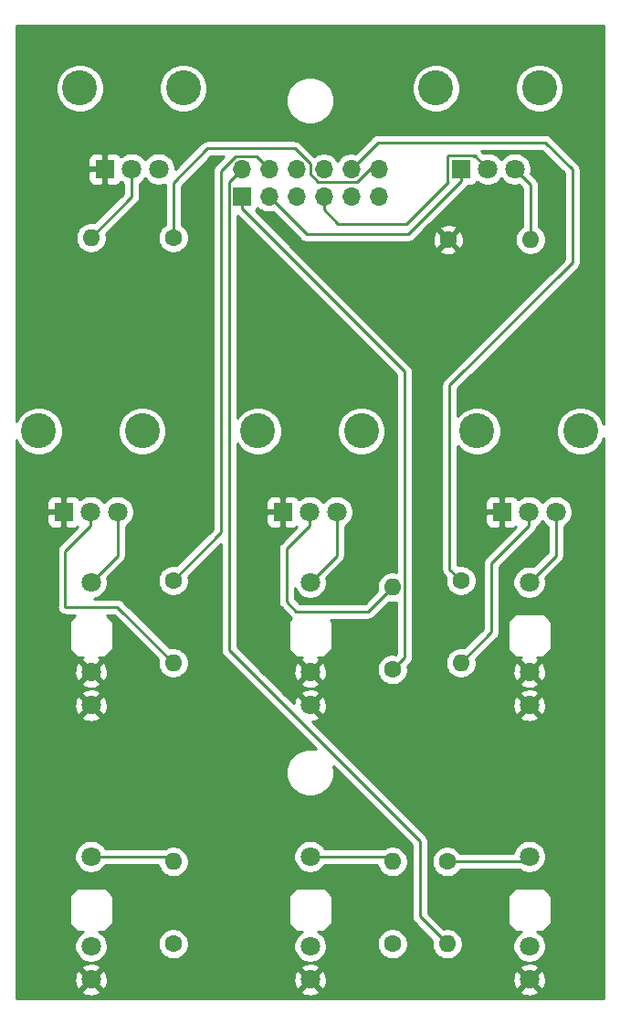
<source format=gbr>
G04 #@! TF.GenerationSoftware,KiCad,Pcbnew,5.1.5-52549c5~84~ubuntu18.04.1*
G04 #@! TF.CreationDate,2020-03-17T21:00:59-04:00*
G04 #@! TF.ProjectId,OBG-SVF-panelpcb,4f42472d-5356-4462-9d70-616e656c7063,rev?*
G04 #@! TF.SameCoordinates,Original*
G04 #@! TF.FileFunction,Copper,L1,Top*
G04 #@! TF.FilePolarity,Positive*
%FSLAX46Y46*%
G04 Gerber Fmt 4.6, Leading zero omitted, Abs format (unit mm)*
G04 Created by KiCad (PCBNEW 5.1.5-52549c5~84~ubuntu18.04.1) date 2020-03-17 21:00:59*
%MOMM*%
%LPD*%
G04 APERTURE LIST*
%ADD10O,1.600000X1.600000*%
%ADD11C,1.600000*%
%ADD12C,1.800000*%
%ADD13O,1.700000X1.700000*%
%ADD14R,1.700000X1.700000*%
%ADD15C,3.240000*%
%ADD16R,1.800000X1.800000*%
%ADD17C,0.250000*%
%ADD18C,0.254000*%
G04 APERTURE END LIST*
D10*
X160120000Y-84000000D03*
D11*
X152500000Y-84000000D03*
D12*
X139700000Y-115730000D03*
X139700000Y-127130000D03*
X139700000Y-124030000D03*
X119380000Y-115730000D03*
X119380000Y-127130000D03*
X119380000Y-124030000D03*
D13*
X146050000Y-77470000D03*
X146050000Y-80010000D03*
X143510000Y-77470000D03*
X143510000Y-80010000D03*
X140970000Y-77470000D03*
X140970000Y-80010000D03*
X138430000Y-77470000D03*
X138430000Y-80010000D03*
X135890000Y-77470000D03*
X135890000Y-80010000D03*
X133350000Y-77470000D03*
D14*
X133350000Y-80010000D03*
D15*
X155180000Y-101720000D03*
X164780000Y-101720000D03*
D12*
X162480000Y-109220000D03*
X159980000Y-109220000D03*
D16*
X157480000Y-109220000D03*
D15*
X134860000Y-101720000D03*
X144460000Y-101720000D03*
D12*
X142160000Y-109220000D03*
X139660000Y-109220000D03*
D16*
X137160000Y-109220000D03*
D15*
X114540000Y-101720000D03*
X124140000Y-101720000D03*
D12*
X121840000Y-109220000D03*
X119340000Y-109220000D03*
D16*
X116840000Y-109220000D03*
D10*
X147320000Y-116205000D03*
D11*
X147320000Y-123825000D03*
D15*
X151370000Y-69970000D03*
X160970000Y-69970000D03*
D12*
X158670000Y-77470000D03*
X156170000Y-77470000D03*
D16*
X153670000Y-77470000D03*
D15*
X118350000Y-69970000D03*
X127950000Y-69970000D03*
D12*
X125650000Y-77470000D03*
X123150000Y-77470000D03*
D16*
X120650000Y-77470000D03*
D12*
X119380000Y-141130000D03*
X119380000Y-152530000D03*
X119380000Y-149430000D03*
X160020000Y-115730000D03*
X160020000Y-127130000D03*
X160020000Y-124030000D03*
X139700000Y-141130000D03*
X139700000Y-152530000D03*
X139700000Y-149430000D03*
X160020000Y-141130000D03*
X160020000Y-152530000D03*
X160020000Y-149430000D03*
D10*
X127000000Y-141605000D03*
D11*
X127000000Y-149225000D03*
D10*
X147320000Y-141605000D03*
D11*
X147320000Y-149225000D03*
D10*
X152400000Y-149225000D03*
D11*
X152400000Y-141605000D03*
D10*
X127000000Y-123190000D03*
D11*
X127000000Y-115570000D03*
D10*
X153670000Y-123190000D03*
D11*
X153670000Y-115570000D03*
D10*
X119380000Y-83820000D03*
D11*
X127000000Y-83820000D03*
D17*
X131445000Y-111125000D02*
X127000000Y-115570000D01*
X131445000Y-77635998D02*
X131445000Y-111125000D01*
X132785999Y-76294999D02*
X131445000Y-77635998D01*
X135890000Y-77470000D02*
X134714999Y-76294999D01*
X134714999Y-76294999D02*
X132785999Y-76294999D01*
X149860000Y-146685000D02*
X152400000Y-149225000D01*
X133350000Y-77470000D02*
X132174999Y-78645001D01*
X149860000Y-139700000D02*
X149860000Y-146685000D01*
X132174999Y-122014999D02*
X149860000Y-139700000D01*
X132174999Y-78645001D02*
X132174999Y-122014999D01*
X143510000Y-77470000D02*
X145980000Y-75000000D01*
X145980000Y-75000000D02*
X161500000Y-75000000D01*
X161500000Y-75000000D02*
X164000000Y-77500000D01*
X164000000Y-86136410D02*
X152636410Y-97500000D01*
X164000000Y-77500000D02*
X164000000Y-86136410D01*
X152636410Y-114536410D02*
X153670000Y-115570000D01*
X152636410Y-97500000D02*
X152636410Y-114536410D01*
X154944999Y-76244999D02*
X156170000Y-77470000D01*
X154895001Y-76244999D02*
X154944999Y-76244999D01*
X154862501Y-76277499D02*
X154895001Y-76244999D01*
X154830001Y-76244999D02*
X154862501Y-76277499D01*
X140970000Y-81212081D02*
X142307919Y-82550000D01*
X152444999Y-76309999D02*
X152509999Y-76244999D01*
X140970000Y-80010000D02*
X140970000Y-81212081D01*
X152509999Y-76244999D02*
X154830001Y-76244999D01*
X148590000Y-82550000D02*
X152477499Y-78662501D01*
X142307919Y-82550000D02*
X148590000Y-82550000D01*
X152444999Y-78630001D02*
X152444999Y-76309999D01*
X152477499Y-78662501D02*
X152444999Y-78630001D01*
X121840000Y-113270000D02*
X119380000Y-115730000D01*
X121840000Y-109220000D02*
X121840000Y-113270000D01*
X142160000Y-113270000D02*
X142160000Y-109220000D01*
X139700000Y-115730000D02*
X142160000Y-113270000D01*
X162480000Y-113270000D02*
X160020000Y-115730000D01*
X162480000Y-109220000D02*
X162480000Y-113270000D01*
X159545000Y-141605000D02*
X160020000Y-141130000D01*
X152400000Y-141605000D02*
X159545000Y-141605000D01*
X146845000Y-141130000D02*
X147320000Y-141605000D01*
X139700000Y-141130000D02*
X146845000Y-141130000D01*
X126525000Y-141130000D02*
X127000000Y-141605000D01*
X119380000Y-141130000D02*
X126525000Y-141130000D01*
X123150000Y-80050000D02*
X119380000Y-83820000D01*
X123150000Y-77470000D02*
X123150000Y-80050000D01*
X154305000Y-123190000D02*
X153670000Y-123190000D01*
X159980000Y-110492792D02*
X156500000Y-113972792D01*
X159980000Y-109220000D02*
X159980000Y-110492792D01*
X156500000Y-120360000D02*
X153670000Y-123190000D01*
X156500000Y-113972792D02*
X156500000Y-120360000D01*
X119340000Y-110492792D02*
X117000000Y-112832792D01*
X119340000Y-109220000D02*
X119340000Y-110492792D01*
X117000000Y-112832792D02*
X117000000Y-118000000D01*
X121810000Y-118000000D02*
X127000000Y-123190000D01*
X117000000Y-118000000D02*
X121810000Y-118000000D01*
X139660000Y-110492792D02*
X137500000Y-112652792D01*
X139660000Y-109220000D02*
X139660000Y-110492792D01*
X137500000Y-117500000D02*
X138419990Y-118419990D01*
X137500000Y-112652792D02*
X137500000Y-117500000D01*
X145105010Y-118419990D02*
X147320000Y-116205000D01*
X138419990Y-118419990D02*
X145105010Y-118419990D01*
X153670000Y-78620000D02*
X148790000Y-83500000D01*
X153670000Y-77470000D02*
X153670000Y-78620000D01*
X139380000Y-83500000D02*
X135890000Y-80010000D01*
X148790000Y-83500000D02*
X139380000Y-83500000D01*
X127000000Y-78740000D02*
X127000000Y-83820000D01*
X140405999Y-78645001D02*
X139700000Y-77939002D01*
X144074001Y-78645001D02*
X140405999Y-78645001D01*
X146050000Y-77470000D02*
X145249002Y-77470000D01*
X145249002Y-77470000D02*
X144074001Y-78645001D01*
X139700000Y-77000998D02*
X138264002Y-75565000D01*
X139700000Y-77939002D02*
X139700000Y-77000998D01*
X138264002Y-75565000D02*
X130175000Y-75565000D01*
X130175000Y-75565000D02*
X127000000Y-78740000D01*
X148445001Y-96205001D02*
X148445001Y-122699999D01*
X148445001Y-122699999D02*
X147320000Y-123825000D01*
X133350000Y-81110000D02*
X148445001Y-96205001D01*
X133350000Y-80010000D02*
X133350000Y-81110000D01*
X160120000Y-78920000D02*
X160120000Y-84000000D01*
X158670000Y-77470000D02*
X160120000Y-78920000D01*
D18*
G36*
X166955000Y-101095715D02*
G01*
X166948342Y-101062241D01*
X166778355Y-100651857D01*
X166531573Y-100282521D01*
X166217479Y-99968427D01*
X165848143Y-99721645D01*
X165437759Y-99551658D01*
X165002098Y-99465000D01*
X164557902Y-99465000D01*
X164122241Y-99551658D01*
X163711857Y-99721645D01*
X163342521Y-99968427D01*
X163028427Y-100282521D01*
X162781645Y-100651857D01*
X162611658Y-101062241D01*
X162525000Y-101497902D01*
X162525000Y-101942098D01*
X162611658Y-102377759D01*
X162781645Y-102788143D01*
X163028427Y-103157479D01*
X163342521Y-103471573D01*
X163711857Y-103718355D01*
X164122241Y-103888342D01*
X164557902Y-103975000D01*
X165002098Y-103975000D01*
X165437759Y-103888342D01*
X165848143Y-103718355D01*
X166217479Y-103471573D01*
X166531573Y-103157479D01*
X166778355Y-102788143D01*
X166948342Y-102377759D01*
X166955000Y-102344285D01*
X166955001Y-154255000D01*
X112445000Y-154255000D01*
X112445000Y-153594080D01*
X118495525Y-153594080D01*
X118579208Y-153848261D01*
X118851775Y-153979158D01*
X119144642Y-154054365D01*
X119446553Y-154070991D01*
X119745907Y-154028397D01*
X120031199Y-153928222D01*
X120180792Y-153848261D01*
X120264475Y-153594080D01*
X138815525Y-153594080D01*
X138899208Y-153848261D01*
X139171775Y-153979158D01*
X139464642Y-154054365D01*
X139766553Y-154070991D01*
X140065907Y-154028397D01*
X140351199Y-153928222D01*
X140500792Y-153848261D01*
X140584475Y-153594080D01*
X159135525Y-153594080D01*
X159219208Y-153848261D01*
X159491775Y-153979158D01*
X159784642Y-154054365D01*
X160086553Y-154070991D01*
X160385907Y-154028397D01*
X160671199Y-153928222D01*
X160820792Y-153848261D01*
X160904475Y-153594080D01*
X160020000Y-152709605D01*
X159135525Y-153594080D01*
X140584475Y-153594080D01*
X139700000Y-152709605D01*
X138815525Y-153594080D01*
X120264475Y-153594080D01*
X119380000Y-152709605D01*
X118495525Y-153594080D01*
X112445000Y-153594080D01*
X112445000Y-152596553D01*
X117839009Y-152596553D01*
X117881603Y-152895907D01*
X117981778Y-153181199D01*
X118061739Y-153330792D01*
X118315920Y-153414475D01*
X119200395Y-152530000D01*
X119559605Y-152530000D01*
X120444080Y-153414475D01*
X120698261Y-153330792D01*
X120829158Y-153058225D01*
X120904365Y-152765358D01*
X120913660Y-152596553D01*
X138159009Y-152596553D01*
X138201603Y-152895907D01*
X138301778Y-153181199D01*
X138381739Y-153330792D01*
X138635920Y-153414475D01*
X139520395Y-152530000D01*
X139879605Y-152530000D01*
X140764080Y-153414475D01*
X141018261Y-153330792D01*
X141149158Y-153058225D01*
X141224365Y-152765358D01*
X141233660Y-152596553D01*
X158479009Y-152596553D01*
X158521603Y-152895907D01*
X158621778Y-153181199D01*
X158701739Y-153330792D01*
X158955920Y-153414475D01*
X159840395Y-152530000D01*
X160199605Y-152530000D01*
X161084080Y-153414475D01*
X161338261Y-153330792D01*
X161469158Y-153058225D01*
X161544365Y-152765358D01*
X161560991Y-152463447D01*
X161518397Y-152164093D01*
X161418222Y-151878801D01*
X161338261Y-151729208D01*
X161084080Y-151645525D01*
X160199605Y-152530000D01*
X159840395Y-152530000D01*
X158955920Y-151645525D01*
X158701739Y-151729208D01*
X158570842Y-152001775D01*
X158495635Y-152294642D01*
X158479009Y-152596553D01*
X141233660Y-152596553D01*
X141240991Y-152463447D01*
X141198397Y-152164093D01*
X141098222Y-151878801D01*
X141018261Y-151729208D01*
X140764080Y-151645525D01*
X139879605Y-152530000D01*
X139520395Y-152530000D01*
X138635920Y-151645525D01*
X138381739Y-151729208D01*
X138250842Y-152001775D01*
X138175635Y-152294642D01*
X138159009Y-152596553D01*
X120913660Y-152596553D01*
X120920991Y-152463447D01*
X120878397Y-152164093D01*
X120778222Y-151878801D01*
X120698261Y-151729208D01*
X120444080Y-151645525D01*
X119559605Y-152530000D01*
X119200395Y-152530000D01*
X118315920Y-151645525D01*
X118061739Y-151729208D01*
X117930842Y-152001775D01*
X117855635Y-152294642D01*
X117839009Y-152596553D01*
X112445000Y-152596553D01*
X112445000Y-151465920D01*
X118495525Y-151465920D01*
X119380000Y-152350395D01*
X120264475Y-151465920D01*
X138815525Y-151465920D01*
X139700000Y-152350395D01*
X140584475Y-151465920D01*
X159135525Y-151465920D01*
X160020000Y-152350395D01*
X160904475Y-151465920D01*
X160820792Y-151211739D01*
X160548225Y-151080842D01*
X160255358Y-151005635D01*
X159953447Y-150989009D01*
X159654093Y-151031603D01*
X159368801Y-151131778D01*
X159219208Y-151211739D01*
X159135525Y-151465920D01*
X140584475Y-151465920D01*
X140500792Y-151211739D01*
X140228225Y-151080842D01*
X139935358Y-151005635D01*
X139633447Y-150989009D01*
X139334093Y-151031603D01*
X139048801Y-151131778D01*
X138899208Y-151211739D01*
X138815525Y-151465920D01*
X120264475Y-151465920D01*
X120180792Y-151211739D01*
X119908225Y-151080842D01*
X119615358Y-151005635D01*
X119313447Y-150989009D01*
X119014093Y-151031603D01*
X118728801Y-151131778D01*
X118579208Y-151211739D01*
X118495525Y-151465920D01*
X112445000Y-151465920D01*
X112445000Y-144780000D01*
X117348000Y-144780000D01*
X117348000Y-147320000D01*
X117350440Y-147344776D01*
X117357667Y-147368601D01*
X117369403Y-147390557D01*
X117385197Y-147409803D01*
X118020197Y-148044803D01*
X118039443Y-148060597D01*
X118061399Y-148072333D01*
X118085224Y-148079560D01*
X118110000Y-148082000D01*
X118634498Y-148082000D01*
X118401495Y-148237688D01*
X118187688Y-148451495D01*
X118019701Y-148702905D01*
X117903989Y-148982257D01*
X117845000Y-149278816D01*
X117845000Y-149581184D01*
X117903989Y-149877743D01*
X118019701Y-150157095D01*
X118187688Y-150408505D01*
X118401495Y-150622312D01*
X118652905Y-150790299D01*
X118932257Y-150906011D01*
X119228816Y-150965000D01*
X119531184Y-150965000D01*
X119827743Y-150906011D01*
X120107095Y-150790299D01*
X120358505Y-150622312D01*
X120572312Y-150408505D01*
X120740299Y-150157095D01*
X120856011Y-149877743D01*
X120915000Y-149581184D01*
X120915000Y-149278816D01*
X120876183Y-149083665D01*
X125565000Y-149083665D01*
X125565000Y-149366335D01*
X125620147Y-149643574D01*
X125728320Y-149904727D01*
X125885363Y-150139759D01*
X126085241Y-150339637D01*
X126320273Y-150496680D01*
X126581426Y-150604853D01*
X126858665Y-150660000D01*
X127141335Y-150660000D01*
X127418574Y-150604853D01*
X127679727Y-150496680D01*
X127914759Y-150339637D01*
X128114637Y-150139759D01*
X128271680Y-149904727D01*
X128379853Y-149643574D01*
X128435000Y-149366335D01*
X128435000Y-149083665D01*
X128379853Y-148806426D01*
X128271680Y-148545273D01*
X128114637Y-148310241D01*
X127914759Y-148110363D01*
X127679727Y-147953320D01*
X127418574Y-147845147D01*
X127141335Y-147790000D01*
X126858665Y-147790000D01*
X126581426Y-147845147D01*
X126320273Y-147953320D01*
X126085241Y-148110363D01*
X125885363Y-148310241D01*
X125728320Y-148545273D01*
X125620147Y-148806426D01*
X125565000Y-149083665D01*
X120876183Y-149083665D01*
X120856011Y-148982257D01*
X120740299Y-148702905D01*
X120572312Y-148451495D01*
X120358505Y-148237688D01*
X120125502Y-148082000D01*
X120650000Y-148082000D01*
X120674776Y-148079560D01*
X120698601Y-148072333D01*
X120720557Y-148060597D01*
X120739803Y-148044803D01*
X121374803Y-147409803D01*
X121390597Y-147390557D01*
X121402333Y-147368601D01*
X121409560Y-147344776D01*
X121412000Y-147320000D01*
X121412000Y-144780000D01*
X137668000Y-144780000D01*
X137668000Y-147320000D01*
X137670440Y-147344776D01*
X137677667Y-147368601D01*
X137689403Y-147390557D01*
X137705197Y-147409803D01*
X138340197Y-148044803D01*
X138359443Y-148060597D01*
X138381399Y-148072333D01*
X138405224Y-148079560D01*
X138430000Y-148082000D01*
X138954498Y-148082000D01*
X138721495Y-148237688D01*
X138507688Y-148451495D01*
X138339701Y-148702905D01*
X138223989Y-148982257D01*
X138165000Y-149278816D01*
X138165000Y-149581184D01*
X138223989Y-149877743D01*
X138339701Y-150157095D01*
X138507688Y-150408505D01*
X138721495Y-150622312D01*
X138972905Y-150790299D01*
X139252257Y-150906011D01*
X139548816Y-150965000D01*
X139851184Y-150965000D01*
X140147743Y-150906011D01*
X140427095Y-150790299D01*
X140678505Y-150622312D01*
X140892312Y-150408505D01*
X141060299Y-150157095D01*
X141176011Y-149877743D01*
X141235000Y-149581184D01*
X141235000Y-149278816D01*
X141196183Y-149083665D01*
X145885000Y-149083665D01*
X145885000Y-149366335D01*
X145940147Y-149643574D01*
X146048320Y-149904727D01*
X146205363Y-150139759D01*
X146405241Y-150339637D01*
X146640273Y-150496680D01*
X146901426Y-150604853D01*
X147178665Y-150660000D01*
X147461335Y-150660000D01*
X147738574Y-150604853D01*
X147999727Y-150496680D01*
X148234759Y-150339637D01*
X148434637Y-150139759D01*
X148591680Y-149904727D01*
X148699853Y-149643574D01*
X148755000Y-149366335D01*
X148755000Y-149083665D01*
X148699853Y-148806426D01*
X148591680Y-148545273D01*
X148434637Y-148310241D01*
X148234759Y-148110363D01*
X147999727Y-147953320D01*
X147738574Y-147845147D01*
X147461335Y-147790000D01*
X147178665Y-147790000D01*
X146901426Y-147845147D01*
X146640273Y-147953320D01*
X146405241Y-148110363D01*
X146205363Y-148310241D01*
X146048320Y-148545273D01*
X145940147Y-148806426D01*
X145885000Y-149083665D01*
X141196183Y-149083665D01*
X141176011Y-148982257D01*
X141060299Y-148702905D01*
X140892312Y-148451495D01*
X140678505Y-148237688D01*
X140445502Y-148082000D01*
X140970000Y-148082000D01*
X140994776Y-148079560D01*
X141018601Y-148072333D01*
X141040557Y-148060597D01*
X141059803Y-148044803D01*
X141694803Y-147409803D01*
X141710597Y-147390557D01*
X141722333Y-147368601D01*
X141729560Y-147344776D01*
X141732000Y-147320000D01*
X141732000Y-144780000D01*
X141729560Y-144755224D01*
X141722333Y-144731399D01*
X141710597Y-144709443D01*
X141694803Y-144690197D01*
X141059803Y-144055197D01*
X141040557Y-144039403D01*
X141018601Y-144027667D01*
X140994776Y-144020440D01*
X140970000Y-144018000D01*
X138430000Y-144018000D01*
X138405224Y-144020440D01*
X138381399Y-144027667D01*
X138359443Y-144039403D01*
X138340197Y-144055197D01*
X137705197Y-144690197D01*
X137689403Y-144709443D01*
X137677667Y-144731399D01*
X137670440Y-144755224D01*
X137668000Y-144780000D01*
X121412000Y-144780000D01*
X121409560Y-144755224D01*
X121402333Y-144731399D01*
X121390597Y-144709443D01*
X121374803Y-144690197D01*
X120739803Y-144055197D01*
X120720557Y-144039403D01*
X120698601Y-144027667D01*
X120674776Y-144020440D01*
X120650000Y-144018000D01*
X118110000Y-144018000D01*
X118085224Y-144020440D01*
X118061399Y-144027667D01*
X118039443Y-144039403D01*
X118020197Y-144055197D01*
X117385197Y-144690197D01*
X117369403Y-144709443D01*
X117357667Y-144731399D01*
X117350440Y-144755224D01*
X117348000Y-144780000D01*
X112445000Y-144780000D01*
X112445000Y-140978816D01*
X117845000Y-140978816D01*
X117845000Y-141281184D01*
X117903989Y-141577743D01*
X118019701Y-141857095D01*
X118187688Y-142108505D01*
X118401495Y-142322312D01*
X118652905Y-142490299D01*
X118932257Y-142606011D01*
X119228816Y-142665000D01*
X119531184Y-142665000D01*
X119827743Y-142606011D01*
X120107095Y-142490299D01*
X120358505Y-142322312D01*
X120572312Y-142108505D01*
X120718313Y-141890000D01*
X125593577Y-141890000D01*
X125620147Y-142023574D01*
X125728320Y-142284727D01*
X125885363Y-142519759D01*
X126085241Y-142719637D01*
X126320273Y-142876680D01*
X126581426Y-142984853D01*
X126858665Y-143040000D01*
X127141335Y-143040000D01*
X127418574Y-142984853D01*
X127679727Y-142876680D01*
X127914759Y-142719637D01*
X128114637Y-142519759D01*
X128271680Y-142284727D01*
X128379853Y-142023574D01*
X128435000Y-141746335D01*
X128435000Y-141463665D01*
X128379853Y-141186426D01*
X128293859Y-140978816D01*
X138165000Y-140978816D01*
X138165000Y-141281184D01*
X138223989Y-141577743D01*
X138339701Y-141857095D01*
X138507688Y-142108505D01*
X138721495Y-142322312D01*
X138972905Y-142490299D01*
X139252257Y-142606011D01*
X139548816Y-142665000D01*
X139851184Y-142665000D01*
X140147743Y-142606011D01*
X140427095Y-142490299D01*
X140678505Y-142322312D01*
X140892312Y-142108505D01*
X141038313Y-141890000D01*
X145913577Y-141890000D01*
X145940147Y-142023574D01*
X146048320Y-142284727D01*
X146205363Y-142519759D01*
X146405241Y-142719637D01*
X146640273Y-142876680D01*
X146901426Y-142984853D01*
X147178665Y-143040000D01*
X147461335Y-143040000D01*
X147738574Y-142984853D01*
X147999727Y-142876680D01*
X148234759Y-142719637D01*
X148434637Y-142519759D01*
X148591680Y-142284727D01*
X148699853Y-142023574D01*
X148755000Y-141746335D01*
X148755000Y-141463665D01*
X148699853Y-141186426D01*
X148591680Y-140925273D01*
X148434637Y-140690241D01*
X148234759Y-140490363D01*
X147999727Y-140333320D01*
X147738574Y-140225147D01*
X147461335Y-140170000D01*
X147178665Y-140170000D01*
X146901426Y-140225147D01*
X146640273Y-140333320D01*
X146585377Y-140370000D01*
X141038313Y-140370000D01*
X140892312Y-140151495D01*
X140678505Y-139937688D01*
X140427095Y-139769701D01*
X140147743Y-139653989D01*
X139851184Y-139595000D01*
X139548816Y-139595000D01*
X139252257Y-139653989D01*
X138972905Y-139769701D01*
X138721495Y-139937688D01*
X138507688Y-140151495D01*
X138339701Y-140402905D01*
X138223989Y-140682257D01*
X138165000Y-140978816D01*
X128293859Y-140978816D01*
X128271680Y-140925273D01*
X128114637Y-140690241D01*
X127914759Y-140490363D01*
X127679727Y-140333320D01*
X127418574Y-140225147D01*
X127141335Y-140170000D01*
X126858665Y-140170000D01*
X126581426Y-140225147D01*
X126320273Y-140333320D01*
X126265377Y-140370000D01*
X120718313Y-140370000D01*
X120572312Y-140151495D01*
X120358505Y-139937688D01*
X120107095Y-139769701D01*
X119827743Y-139653989D01*
X119531184Y-139595000D01*
X119228816Y-139595000D01*
X118932257Y-139653989D01*
X118652905Y-139769701D01*
X118401495Y-139937688D01*
X118187688Y-140151495D01*
X118019701Y-140402905D01*
X117903989Y-140682257D01*
X117845000Y-140978816D01*
X112445000Y-140978816D01*
X112445000Y-128194080D01*
X118495525Y-128194080D01*
X118579208Y-128448261D01*
X118851775Y-128579158D01*
X119144642Y-128654365D01*
X119446553Y-128670991D01*
X119745907Y-128628397D01*
X120031199Y-128528222D01*
X120180792Y-128448261D01*
X120264475Y-128194080D01*
X119380000Y-127309605D01*
X118495525Y-128194080D01*
X112445000Y-128194080D01*
X112445000Y-127196553D01*
X117839009Y-127196553D01*
X117881603Y-127495907D01*
X117981778Y-127781199D01*
X118061739Y-127930792D01*
X118315920Y-128014475D01*
X119200395Y-127130000D01*
X119559605Y-127130000D01*
X120444080Y-128014475D01*
X120698261Y-127930792D01*
X120829158Y-127658225D01*
X120904365Y-127365358D01*
X120920991Y-127063447D01*
X120878397Y-126764093D01*
X120778222Y-126478801D01*
X120698261Y-126329208D01*
X120444080Y-126245525D01*
X119559605Y-127130000D01*
X119200395Y-127130000D01*
X118315920Y-126245525D01*
X118061739Y-126329208D01*
X117930842Y-126601775D01*
X117855635Y-126894642D01*
X117839009Y-127196553D01*
X112445000Y-127196553D01*
X112445000Y-126065920D01*
X118495525Y-126065920D01*
X119380000Y-126950395D01*
X120264475Y-126065920D01*
X120180792Y-125811739D01*
X119908225Y-125680842D01*
X119615358Y-125605635D01*
X119313447Y-125589009D01*
X119014093Y-125631603D01*
X118728801Y-125731778D01*
X118579208Y-125811739D01*
X118495525Y-126065920D01*
X112445000Y-126065920D01*
X112445000Y-125094080D01*
X118495525Y-125094080D01*
X118579208Y-125348261D01*
X118851775Y-125479158D01*
X119144642Y-125554365D01*
X119446553Y-125570991D01*
X119745907Y-125528397D01*
X120031199Y-125428222D01*
X120180792Y-125348261D01*
X120264475Y-125094080D01*
X119380000Y-124209605D01*
X118495525Y-125094080D01*
X112445000Y-125094080D01*
X112445000Y-124096553D01*
X117839009Y-124096553D01*
X117881603Y-124395907D01*
X117981778Y-124681199D01*
X118061739Y-124830792D01*
X118315920Y-124914475D01*
X119200395Y-124030000D01*
X119559605Y-124030000D01*
X120444080Y-124914475D01*
X120698261Y-124830792D01*
X120829158Y-124558225D01*
X120904365Y-124265358D01*
X120920991Y-123963447D01*
X120878397Y-123664093D01*
X120778222Y-123378801D01*
X120698261Y-123229208D01*
X120444080Y-123145525D01*
X119559605Y-124030000D01*
X119200395Y-124030000D01*
X118315920Y-123145525D01*
X118061739Y-123229208D01*
X117930842Y-123501775D01*
X117855635Y-123794642D01*
X117839009Y-124096553D01*
X112445000Y-124096553D01*
X112445000Y-118000000D01*
X116236323Y-118000000D01*
X116250997Y-118148986D01*
X116294454Y-118292247D01*
X116365026Y-118424276D01*
X116459999Y-118540001D01*
X116575724Y-118634974D01*
X116707753Y-118705546D01*
X116851014Y-118749003D01*
X116962667Y-118760000D01*
X117000000Y-118763677D01*
X117037333Y-118760000D01*
X117915394Y-118760000D01*
X117385197Y-119290197D01*
X117369403Y-119309443D01*
X117357667Y-119331399D01*
X117350440Y-119355224D01*
X117348000Y-119380000D01*
X117348000Y-121920000D01*
X117350440Y-121944776D01*
X117357667Y-121968601D01*
X117369403Y-121990557D01*
X117385197Y-122009803D01*
X118020197Y-122644803D01*
X118039443Y-122660597D01*
X118061399Y-122672333D01*
X118085224Y-122679560D01*
X118110000Y-122682000D01*
X118634844Y-122682000D01*
X118579208Y-122711739D01*
X118495525Y-122965920D01*
X119380000Y-123850395D01*
X120264475Y-122965920D01*
X120180792Y-122711739D01*
X120118866Y-122682000D01*
X120650000Y-122682000D01*
X120674776Y-122679560D01*
X120698601Y-122672333D01*
X120720557Y-122660597D01*
X120739803Y-122644803D01*
X121374803Y-122009803D01*
X121390597Y-121990557D01*
X121402333Y-121968601D01*
X121409560Y-121944776D01*
X121412000Y-121920000D01*
X121412000Y-119380000D01*
X121409560Y-119355224D01*
X121402333Y-119331399D01*
X121390597Y-119309443D01*
X121374803Y-119290197D01*
X120844606Y-118760000D01*
X121495199Y-118760000D01*
X125601312Y-122866115D01*
X125565000Y-123048665D01*
X125565000Y-123331335D01*
X125620147Y-123608574D01*
X125728320Y-123869727D01*
X125885363Y-124104759D01*
X126085241Y-124304637D01*
X126320273Y-124461680D01*
X126581426Y-124569853D01*
X126858665Y-124625000D01*
X127141335Y-124625000D01*
X127418574Y-124569853D01*
X127679727Y-124461680D01*
X127914759Y-124304637D01*
X128114637Y-124104759D01*
X128271680Y-123869727D01*
X128379853Y-123608574D01*
X128435000Y-123331335D01*
X128435000Y-123048665D01*
X128379853Y-122771426D01*
X128271680Y-122510273D01*
X128114637Y-122275241D01*
X127914759Y-122075363D01*
X127679727Y-121918320D01*
X127418574Y-121810147D01*
X127141335Y-121755000D01*
X126858665Y-121755000D01*
X126676115Y-121791312D01*
X122373804Y-117489003D01*
X122350001Y-117459999D01*
X122234276Y-117365026D01*
X122102247Y-117294454D01*
X121958986Y-117250997D01*
X121847333Y-117240000D01*
X121847322Y-117240000D01*
X121810000Y-117236324D01*
X121772678Y-117240000D01*
X119656868Y-117240000D01*
X119827743Y-117206011D01*
X120107095Y-117090299D01*
X120358505Y-116922312D01*
X120572312Y-116708505D01*
X120740299Y-116457095D01*
X120856011Y-116177743D01*
X120915000Y-115881184D01*
X120915000Y-115578816D01*
X120863731Y-115321070D01*
X122351003Y-113833799D01*
X122380001Y-113810001D01*
X122474974Y-113694276D01*
X122545546Y-113562247D01*
X122589003Y-113418986D01*
X122600000Y-113307333D01*
X122600000Y-113307324D01*
X122603676Y-113270001D01*
X122600000Y-113232678D01*
X122600000Y-110558313D01*
X122818505Y-110412312D01*
X123032312Y-110198505D01*
X123200299Y-109947095D01*
X123316011Y-109667743D01*
X123375000Y-109371184D01*
X123375000Y-109068816D01*
X123316011Y-108772257D01*
X123200299Y-108492905D01*
X123032312Y-108241495D01*
X122818505Y-108027688D01*
X122567095Y-107859701D01*
X122287743Y-107743989D01*
X121991184Y-107685000D01*
X121688816Y-107685000D01*
X121392257Y-107743989D01*
X121112905Y-107859701D01*
X120861495Y-108027688D01*
X120647688Y-108241495D01*
X120590000Y-108327831D01*
X120532312Y-108241495D01*
X120318505Y-108027688D01*
X120067095Y-107859701D01*
X119787743Y-107743989D01*
X119491184Y-107685000D01*
X119188816Y-107685000D01*
X118892257Y-107743989D01*
X118612905Y-107859701D01*
X118361495Y-108027688D01*
X118323880Y-108065303D01*
X118270537Y-107965506D01*
X118191185Y-107868815D01*
X118094494Y-107789463D01*
X117984180Y-107730498D01*
X117864482Y-107694188D01*
X117740000Y-107681928D01*
X117125750Y-107685000D01*
X116967000Y-107843750D01*
X116967000Y-109093000D01*
X116987000Y-109093000D01*
X116987000Y-109347000D01*
X116967000Y-109347000D01*
X116967000Y-110596250D01*
X117125750Y-110755000D01*
X117740000Y-110758072D01*
X117864482Y-110745812D01*
X117984180Y-110709502D01*
X118094494Y-110650537D01*
X118166761Y-110591229D01*
X116489003Y-112268988D01*
X116459999Y-112292791D01*
X116404871Y-112359966D01*
X116365026Y-112408516D01*
X116314092Y-112503806D01*
X116294454Y-112540546D01*
X116250997Y-112683807D01*
X116240000Y-112795460D01*
X116240000Y-112795470D01*
X116236324Y-112832792D01*
X116240000Y-112870115D01*
X116240001Y-117962657D01*
X116236323Y-118000000D01*
X112445000Y-118000000D01*
X112445000Y-110120000D01*
X115301928Y-110120000D01*
X115314188Y-110244482D01*
X115350498Y-110364180D01*
X115409463Y-110474494D01*
X115488815Y-110571185D01*
X115585506Y-110650537D01*
X115695820Y-110709502D01*
X115815518Y-110745812D01*
X115940000Y-110758072D01*
X116554250Y-110755000D01*
X116713000Y-110596250D01*
X116713000Y-109347000D01*
X115463750Y-109347000D01*
X115305000Y-109505750D01*
X115301928Y-110120000D01*
X112445000Y-110120000D01*
X112445000Y-108320000D01*
X115301928Y-108320000D01*
X115305000Y-108934250D01*
X115463750Y-109093000D01*
X116713000Y-109093000D01*
X116713000Y-107843750D01*
X116554250Y-107685000D01*
X115940000Y-107681928D01*
X115815518Y-107694188D01*
X115695820Y-107730498D01*
X115585506Y-107789463D01*
X115488815Y-107868815D01*
X115409463Y-107965506D01*
X115350498Y-108075820D01*
X115314188Y-108195518D01*
X115301928Y-108320000D01*
X112445000Y-108320000D01*
X112445000Y-102554822D01*
X112541645Y-102788143D01*
X112788427Y-103157479D01*
X113102521Y-103471573D01*
X113471857Y-103718355D01*
X113882241Y-103888342D01*
X114317902Y-103975000D01*
X114762098Y-103975000D01*
X115197759Y-103888342D01*
X115608143Y-103718355D01*
X115977479Y-103471573D01*
X116291573Y-103157479D01*
X116538355Y-102788143D01*
X116708342Y-102377759D01*
X116795000Y-101942098D01*
X116795000Y-101497902D01*
X121885000Y-101497902D01*
X121885000Y-101942098D01*
X121971658Y-102377759D01*
X122141645Y-102788143D01*
X122388427Y-103157479D01*
X122702521Y-103471573D01*
X123071857Y-103718355D01*
X123482241Y-103888342D01*
X123917902Y-103975000D01*
X124362098Y-103975000D01*
X124797759Y-103888342D01*
X125208143Y-103718355D01*
X125577479Y-103471573D01*
X125891573Y-103157479D01*
X126138355Y-102788143D01*
X126308342Y-102377759D01*
X126395000Y-101942098D01*
X126395000Y-101497902D01*
X126308342Y-101062241D01*
X126138355Y-100651857D01*
X125891573Y-100282521D01*
X125577479Y-99968427D01*
X125208143Y-99721645D01*
X124797759Y-99551658D01*
X124362098Y-99465000D01*
X123917902Y-99465000D01*
X123482241Y-99551658D01*
X123071857Y-99721645D01*
X122702521Y-99968427D01*
X122388427Y-100282521D01*
X122141645Y-100651857D01*
X121971658Y-101062241D01*
X121885000Y-101497902D01*
X116795000Y-101497902D01*
X116708342Y-101062241D01*
X116538355Y-100651857D01*
X116291573Y-100282521D01*
X115977479Y-99968427D01*
X115608143Y-99721645D01*
X115197759Y-99551658D01*
X114762098Y-99465000D01*
X114317902Y-99465000D01*
X113882241Y-99551658D01*
X113471857Y-99721645D01*
X113102521Y-99968427D01*
X112788427Y-100282521D01*
X112541645Y-100651857D01*
X112445000Y-100885178D01*
X112445000Y-83678665D01*
X117945000Y-83678665D01*
X117945000Y-83961335D01*
X118000147Y-84238574D01*
X118108320Y-84499727D01*
X118265363Y-84734759D01*
X118465241Y-84934637D01*
X118700273Y-85091680D01*
X118961426Y-85199853D01*
X119238665Y-85255000D01*
X119521335Y-85255000D01*
X119798574Y-85199853D01*
X120059727Y-85091680D01*
X120294759Y-84934637D01*
X120494637Y-84734759D01*
X120651680Y-84499727D01*
X120759853Y-84238574D01*
X120815000Y-83961335D01*
X120815000Y-83678665D01*
X120778688Y-83496113D01*
X123661003Y-80613799D01*
X123690001Y-80590001D01*
X123758500Y-80506535D01*
X123784974Y-80474277D01*
X123855546Y-80342247D01*
X123867680Y-80302246D01*
X123899003Y-80198986D01*
X123910000Y-80087333D01*
X123910000Y-80087324D01*
X123913676Y-80050001D01*
X123910000Y-80012678D01*
X123910000Y-78808313D01*
X124128505Y-78662312D01*
X124342312Y-78448505D01*
X124400000Y-78362169D01*
X124457688Y-78448505D01*
X124671495Y-78662312D01*
X124922905Y-78830299D01*
X125202257Y-78946011D01*
X125498816Y-79005000D01*
X125801184Y-79005000D01*
X126097743Y-78946011D01*
X126240000Y-78887086D01*
X126240001Y-82601956D01*
X126085241Y-82705363D01*
X125885363Y-82905241D01*
X125728320Y-83140273D01*
X125620147Y-83401426D01*
X125565000Y-83678665D01*
X125565000Y-83961335D01*
X125620147Y-84238574D01*
X125728320Y-84499727D01*
X125885363Y-84734759D01*
X126085241Y-84934637D01*
X126320273Y-85091680D01*
X126581426Y-85199853D01*
X126858665Y-85255000D01*
X127141335Y-85255000D01*
X127418574Y-85199853D01*
X127679727Y-85091680D01*
X127914759Y-84934637D01*
X128114637Y-84734759D01*
X128271680Y-84499727D01*
X128379853Y-84238574D01*
X128435000Y-83961335D01*
X128435000Y-83678665D01*
X128379853Y-83401426D01*
X128271680Y-83140273D01*
X128114637Y-82905241D01*
X127914759Y-82705363D01*
X127760000Y-82601957D01*
X127760000Y-79054801D01*
X130489802Y-76325000D01*
X131681196Y-76325000D01*
X130934003Y-77072194D01*
X130904999Y-77095997D01*
X130849871Y-77163172D01*
X130810026Y-77211722D01*
X130798409Y-77233456D01*
X130739454Y-77343752D01*
X130695997Y-77487013D01*
X130685000Y-77598666D01*
X130685000Y-77598676D01*
X130681324Y-77635998D01*
X130685000Y-77673320D01*
X130685001Y-110810197D01*
X127323887Y-114171312D01*
X127141335Y-114135000D01*
X126858665Y-114135000D01*
X126581426Y-114190147D01*
X126320273Y-114298320D01*
X126085241Y-114455363D01*
X125885363Y-114655241D01*
X125728320Y-114890273D01*
X125620147Y-115151426D01*
X125565000Y-115428665D01*
X125565000Y-115711335D01*
X125620147Y-115988574D01*
X125728320Y-116249727D01*
X125885363Y-116484759D01*
X126085241Y-116684637D01*
X126320273Y-116841680D01*
X126581426Y-116949853D01*
X126858665Y-117005000D01*
X127141335Y-117005000D01*
X127418574Y-116949853D01*
X127679727Y-116841680D01*
X127914759Y-116684637D01*
X128114637Y-116484759D01*
X128271680Y-116249727D01*
X128379853Y-115988574D01*
X128435000Y-115711335D01*
X128435000Y-115428665D01*
X128398688Y-115246113D01*
X131415000Y-112229802D01*
X131415000Y-121977666D01*
X131411323Y-122014999D01*
X131425997Y-122163984D01*
X131469453Y-122307245D01*
X131540025Y-122439275D01*
X131611200Y-122526001D01*
X131634999Y-122555000D01*
X131663997Y-122578798D01*
X140269741Y-131184543D01*
X139920128Y-131115000D01*
X139479872Y-131115000D01*
X139048075Y-131200890D01*
X138641331Y-131369369D01*
X138275271Y-131613962D01*
X137963962Y-131925271D01*
X137719369Y-132291331D01*
X137550890Y-132698075D01*
X137465000Y-133129872D01*
X137465000Y-133570128D01*
X137550890Y-134001925D01*
X137719369Y-134408669D01*
X137963962Y-134774729D01*
X138275271Y-135086038D01*
X138641331Y-135330631D01*
X139048075Y-135499110D01*
X139479872Y-135585000D01*
X139920128Y-135585000D01*
X140351925Y-135499110D01*
X140758669Y-135330631D01*
X141124729Y-135086038D01*
X141436038Y-134774729D01*
X141680631Y-134408669D01*
X141849110Y-134001925D01*
X141935000Y-133570128D01*
X141935000Y-133129872D01*
X141865457Y-132780259D01*
X149100000Y-140014802D01*
X149100001Y-146647668D01*
X149096324Y-146685000D01*
X149110998Y-146833985D01*
X149154454Y-146977246D01*
X149225026Y-147109276D01*
X149296201Y-147196002D01*
X149320000Y-147225001D01*
X149348998Y-147248799D01*
X151001312Y-148901114D01*
X150965000Y-149083665D01*
X150965000Y-149366335D01*
X151020147Y-149643574D01*
X151128320Y-149904727D01*
X151285363Y-150139759D01*
X151485241Y-150339637D01*
X151720273Y-150496680D01*
X151981426Y-150604853D01*
X152258665Y-150660000D01*
X152541335Y-150660000D01*
X152818574Y-150604853D01*
X153079727Y-150496680D01*
X153314759Y-150339637D01*
X153514637Y-150139759D01*
X153671680Y-149904727D01*
X153779853Y-149643574D01*
X153835000Y-149366335D01*
X153835000Y-149083665D01*
X153779853Y-148806426D01*
X153671680Y-148545273D01*
X153514637Y-148310241D01*
X153314759Y-148110363D01*
X153079727Y-147953320D01*
X152818574Y-147845147D01*
X152541335Y-147790000D01*
X152258665Y-147790000D01*
X152076114Y-147826312D01*
X150620000Y-146370199D01*
X150620000Y-144780000D01*
X157988000Y-144780000D01*
X157988000Y-147320000D01*
X157990440Y-147344776D01*
X157997667Y-147368601D01*
X158009403Y-147390557D01*
X158025197Y-147409803D01*
X158660197Y-148044803D01*
X158679443Y-148060597D01*
X158701399Y-148072333D01*
X158725224Y-148079560D01*
X158750000Y-148082000D01*
X159274498Y-148082000D01*
X159041495Y-148237688D01*
X158827688Y-148451495D01*
X158659701Y-148702905D01*
X158543989Y-148982257D01*
X158485000Y-149278816D01*
X158485000Y-149581184D01*
X158543989Y-149877743D01*
X158659701Y-150157095D01*
X158827688Y-150408505D01*
X159041495Y-150622312D01*
X159292905Y-150790299D01*
X159572257Y-150906011D01*
X159868816Y-150965000D01*
X160171184Y-150965000D01*
X160467743Y-150906011D01*
X160747095Y-150790299D01*
X160998505Y-150622312D01*
X161212312Y-150408505D01*
X161380299Y-150157095D01*
X161496011Y-149877743D01*
X161555000Y-149581184D01*
X161555000Y-149278816D01*
X161496011Y-148982257D01*
X161380299Y-148702905D01*
X161212312Y-148451495D01*
X160998505Y-148237688D01*
X160765502Y-148082000D01*
X161290000Y-148082000D01*
X161314776Y-148079560D01*
X161338601Y-148072333D01*
X161360557Y-148060597D01*
X161379803Y-148044803D01*
X162014803Y-147409803D01*
X162030597Y-147390557D01*
X162042333Y-147368601D01*
X162049560Y-147344776D01*
X162052000Y-147320000D01*
X162052000Y-144780000D01*
X162049560Y-144755224D01*
X162042333Y-144731399D01*
X162030597Y-144709443D01*
X162014803Y-144690197D01*
X161379803Y-144055197D01*
X161360557Y-144039403D01*
X161338601Y-144027667D01*
X161314776Y-144020440D01*
X161290000Y-144018000D01*
X158750000Y-144018000D01*
X158725224Y-144020440D01*
X158701399Y-144027667D01*
X158679443Y-144039403D01*
X158660197Y-144055197D01*
X158025197Y-144690197D01*
X158009403Y-144709443D01*
X157997667Y-144731399D01*
X157990440Y-144755224D01*
X157988000Y-144780000D01*
X150620000Y-144780000D01*
X150620000Y-141463665D01*
X150965000Y-141463665D01*
X150965000Y-141746335D01*
X151020147Y-142023574D01*
X151128320Y-142284727D01*
X151285363Y-142519759D01*
X151485241Y-142719637D01*
X151720273Y-142876680D01*
X151981426Y-142984853D01*
X152258665Y-143040000D01*
X152541335Y-143040000D01*
X152818574Y-142984853D01*
X153079727Y-142876680D01*
X153314759Y-142719637D01*
X153514637Y-142519759D01*
X153618043Y-142365000D01*
X159105382Y-142365000D01*
X159292905Y-142490299D01*
X159572257Y-142606011D01*
X159868816Y-142665000D01*
X160171184Y-142665000D01*
X160467743Y-142606011D01*
X160747095Y-142490299D01*
X160998505Y-142322312D01*
X161212312Y-142108505D01*
X161380299Y-141857095D01*
X161496011Y-141577743D01*
X161555000Y-141281184D01*
X161555000Y-140978816D01*
X161496011Y-140682257D01*
X161380299Y-140402905D01*
X161212312Y-140151495D01*
X160998505Y-139937688D01*
X160747095Y-139769701D01*
X160467743Y-139653989D01*
X160171184Y-139595000D01*
X159868816Y-139595000D01*
X159572257Y-139653989D01*
X159292905Y-139769701D01*
X159041495Y-139937688D01*
X158827688Y-140151495D01*
X158659701Y-140402905D01*
X158543989Y-140682257D01*
X158511618Y-140845000D01*
X153618043Y-140845000D01*
X153514637Y-140690241D01*
X153314759Y-140490363D01*
X153079727Y-140333320D01*
X152818574Y-140225147D01*
X152541335Y-140170000D01*
X152258665Y-140170000D01*
X151981426Y-140225147D01*
X151720273Y-140333320D01*
X151485241Y-140490363D01*
X151285363Y-140690241D01*
X151128320Y-140925273D01*
X151020147Y-141186426D01*
X150965000Y-141463665D01*
X150620000Y-141463665D01*
X150620000Y-139737322D01*
X150623676Y-139699999D01*
X150620000Y-139662676D01*
X150620000Y-139662667D01*
X150609003Y-139551014D01*
X150565546Y-139407753D01*
X150494974Y-139275724D01*
X150400001Y-139159999D01*
X150371004Y-139136202D01*
X139888448Y-128653647D01*
X140065907Y-128628397D01*
X140351199Y-128528222D01*
X140500792Y-128448261D01*
X140584475Y-128194080D01*
X159135525Y-128194080D01*
X159219208Y-128448261D01*
X159491775Y-128579158D01*
X159784642Y-128654365D01*
X160086553Y-128670991D01*
X160385907Y-128628397D01*
X160671199Y-128528222D01*
X160820792Y-128448261D01*
X160904475Y-128194080D01*
X160020000Y-127309605D01*
X159135525Y-128194080D01*
X140584475Y-128194080D01*
X139700000Y-127309605D01*
X139685858Y-127323748D01*
X139506253Y-127144143D01*
X139520395Y-127130000D01*
X139879605Y-127130000D01*
X140764080Y-128014475D01*
X141018261Y-127930792D01*
X141149158Y-127658225D01*
X141224365Y-127365358D01*
X141233660Y-127196553D01*
X158479009Y-127196553D01*
X158521603Y-127495907D01*
X158621778Y-127781199D01*
X158701739Y-127930792D01*
X158955920Y-128014475D01*
X159840395Y-127130000D01*
X160199605Y-127130000D01*
X161084080Y-128014475D01*
X161338261Y-127930792D01*
X161469158Y-127658225D01*
X161544365Y-127365358D01*
X161560991Y-127063447D01*
X161518397Y-126764093D01*
X161418222Y-126478801D01*
X161338261Y-126329208D01*
X161084080Y-126245525D01*
X160199605Y-127130000D01*
X159840395Y-127130000D01*
X158955920Y-126245525D01*
X158701739Y-126329208D01*
X158570842Y-126601775D01*
X158495635Y-126894642D01*
X158479009Y-127196553D01*
X141233660Y-127196553D01*
X141240991Y-127063447D01*
X141198397Y-126764093D01*
X141098222Y-126478801D01*
X141018261Y-126329208D01*
X140764080Y-126245525D01*
X139879605Y-127130000D01*
X139520395Y-127130000D01*
X138635920Y-126245525D01*
X138381739Y-126329208D01*
X138250842Y-126601775D01*
X138175635Y-126894642D01*
X138173224Y-126938423D01*
X137300721Y-126065920D01*
X138815525Y-126065920D01*
X139700000Y-126950395D01*
X140584475Y-126065920D01*
X159135525Y-126065920D01*
X160020000Y-126950395D01*
X160904475Y-126065920D01*
X160820792Y-125811739D01*
X160548225Y-125680842D01*
X160255358Y-125605635D01*
X159953447Y-125589009D01*
X159654093Y-125631603D01*
X159368801Y-125731778D01*
X159219208Y-125811739D01*
X159135525Y-126065920D01*
X140584475Y-126065920D01*
X140500792Y-125811739D01*
X140228225Y-125680842D01*
X139935358Y-125605635D01*
X139633447Y-125589009D01*
X139334093Y-125631603D01*
X139048801Y-125731778D01*
X138899208Y-125811739D01*
X138815525Y-126065920D01*
X137300721Y-126065920D01*
X136328881Y-125094080D01*
X138815525Y-125094080D01*
X138899208Y-125348261D01*
X139171775Y-125479158D01*
X139464642Y-125554365D01*
X139766553Y-125570991D01*
X140065907Y-125528397D01*
X140351199Y-125428222D01*
X140500792Y-125348261D01*
X140584475Y-125094080D01*
X139700000Y-124209605D01*
X138815525Y-125094080D01*
X136328881Y-125094080D01*
X135331354Y-124096553D01*
X138159009Y-124096553D01*
X138201603Y-124395907D01*
X138301778Y-124681199D01*
X138381739Y-124830792D01*
X138635920Y-124914475D01*
X139520395Y-124030000D01*
X139879605Y-124030000D01*
X140764080Y-124914475D01*
X141018261Y-124830792D01*
X141149158Y-124558225D01*
X141224365Y-124265358D01*
X141240991Y-123963447D01*
X141198397Y-123664093D01*
X141098222Y-123378801D01*
X141018261Y-123229208D01*
X140764080Y-123145525D01*
X139879605Y-124030000D01*
X139520395Y-124030000D01*
X138635920Y-123145525D01*
X138381739Y-123229208D01*
X138250842Y-123501775D01*
X138175635Y-123794642D01*
X138159009Y-124096553D01*
X135331354Y-124096553D01*
X132934999Y-121700198D01*
X132934999Y-110120000D01*
X135621928Y-110120000D01*
X135634188Y-110244482D01*
X135670498Y-110364180D01*
X135729463Y-110474494D01*
X135808815Y-110571185D01*
X135905506Y-110650537D01*
X136015820Y-110709502D01*
X136135518Y-110745812D01*
X136260000Y-110758072D01*
X136874250Y-110755000D01*
X137033000Y-110596250D01*
X137033000Y-109347000D01*
X135783750Y-109347000D01*
X135625000Y-109505750D01*
X135621928Y-110120000D01*
X132934999Y-110120000D01*
X132934999Y-108320000D01*
X135621928Y-108320000D01*
X135625000Y-108934250D01*
X135783750Y-109093000D01*
X137033000Y-109093000D01*
X137033000Y-107843750D01*
X136874250Y-107685000D01*
X136260000Y-107681928D01*
X136135518Y-107694188D01*
X136015820Y-107730498D01*
X135905506Y-107789463D01*
X135808815Y-107868815D01*
X135729463Y-107965506D01*
X135670498Y-108075820D01*
X135634188Y-108195518D01*
X135621928Y-108320000D01*
X132934999Y-108320000D01*
X132934999Y-102897925D01*
X133108427Y-103157479D01*
X133422521Y-103471573D01*
X133791857Y-103718355D01*
X134202241Y-103888342D01*
X134637902Y-103975000D01*
X135082098Y-103975000D01*
X135517759Y-103888342D01*
X135928143Y-103718355D01*
X136297479Y-103471573D01*
X136611573Y-103157479D01*
X136858355Y-102788143D01*
X137028342Y-102377759D01*
X137115000Y-101942098D01*
X137115000Y-101497902D01*
X142205000Y-101497902D01*
X142205000Y-101942098D01*
X142291658Y-102377759D01*
X142461645Y-102788143D01*
X142708427Y-103157479D01*
X143022521Y-103471573D01*
X143391857Y-103718355D01*
X143802241Y-103888342D01*
X144237902Y-103975000D01*
X144682098Y-103975000D01*
X145117759Y-103888342D01*
X145528143Y-103718355D01*
X145897479Y-103471573D01*
X146211573Y-103157479D01*
X146458355Y-102788143D01*
X146628342Y-102377759D01*
X146715000Y-101942098D01*
X146715000Y-101497902D01*
X146628342Y-101062241D01*
X146458355Y-100651857D01*
X146211573Y-100282521D01*
X145897479Y-99968427D01*
X145528143Y-99721645D01*
X145117759Y-99551658D01*
X144682098Y-99465000D01*
X144237902Y-99465000D01*
X143802241Y-99551658D01*
X143391857Y-99721645D01*
X143022521Y-99968427D01*
X142708427Y-100282521D01*
X142461645Y-100651857D01*
X142291658Y-101062241D01*
X142205000Y-101497902D01*
X137115000Y-101497902D01*
X137028342Y-101062241D01*
X136858355Y-100651857D01*
X136611573Y-100282521D01*
X136297479Y-99968427D01*
X135928143Y-99721645D01*
X135517759Y-99551658D01*
X135082098Y-99465000D01*
X134637902Y-99465000D01*
X134202241Y-99551658D01*
X133791857Y-99721645D01*
X133422521Y-99968427D01*
X133108427Y-100282521D01*
X132934999Y-100542075D01*
X132934999Y-81769800D01*
X147685001Y-96519803D01*
X147685002Y-114814491D01*
X147461335Y-114770000D01*
X147178665Y-114770000D01*
X146901426Y-114825147D01*
X146640273Y-114933320D01*
X146405241Y-115090363D01*
X146205363Y-115290241D01*
X146048320Y-115525273D01*
X145940147Y-115786426D01*
X145885000Y-116063665D01*
X145885000Y-116346335D01*
X145921312Y-116528886D01*
X144790209Y-117659990D01*
X138734792Y-117659990D01*
X138260000Y-117185199D01*
X138260000Y-116264681D01*
X138339701Y-116457095D01*
X138507688Y-116708505D01*
X138721495Y-116922312D01*
X138972905Y-117090299D01*
X139252257Y-117206011D01*
X139548816Y-117265000D01*
X139851184Y-117265000D01*
X140147743Y-117206011D01*
X140427095Y-117090299D01*
X140678505Y-116922312D01*
X140892312Y-116708505D01*
X141060299Y-116457095D01*
X141176011Y-116177743D01*
X141235000Y-115881184D01*
X141235000Y-115578816D01*
X141183731Y-115321070D01*
X142671004Y-113833798D01*
X142700001Y-113810001D01*
X142794974Y-113694276D01*
X142865546Y-113562247D01*
X142909003Y-113418986D01*
X142920000Y-113307333D01*
X142920000Y-113307324D01*
X142923676Y-113270001D01*
X142920000Y-113232678D01*
X142920000Y-110558313D01*
X143138505Y-110412312D01*
X143352312Y-110198505D01*
X143520299Y-109947095D01*
X143636011Y-109667743D01*
X143695000Y-109371184D01*
X143695000Y-109068816D01*
X143636011Y-108772257D01*
X143520299Y-108492905D01*
X143352312Y-108241495D01*
X143138505Y-108027688D01*
X142887095Y-107859701D01*
X142607743Y-107743989D01*
X142311184Y-107685000D01*
X142008816Y-107685000D01*
X141712257Y-107743989D01*
X141432905Y-107859701D01*
X141181495Y-108027688D01*
X140967688Y-108241495D01*
X140910000Y-108327831D01*
X140852312Y-108241495D01*
X140638505Y-108027688D01*
X140387095Y-107859701D01*
X140107743Y-107743989D01*
X139811184Y-107685000D01*
X139508816Y-107685000D01*
X139212257Y-107743989D01*
X138932905Y-107859701D01*
X138681495Y-108027688D01*
X138643880Y-108065303D01*
X138590537Y-107965506D01*
X138511185Y-107868815D01*
X138414494Y-107789463D01*
X138304180Y-107730498D01*
X138184482Y-107694188D01*
X138060000Y-107681928D01*
X137445750Y-107685000D01*
X137287000Y-107843750D01*
X137287000Y-109093000D01*
X137307000Y-109093000D01*
X137307000Y-109347000D01*
X137287000Y-109347000D01*
X137287000Y-110596250D01*
X137445750Y-110755000D01*
X138060000Y-110758072D01*
X138184482Y-110745812D01*
X138304180Y-110709502D01*
X138414494Y-110650537D01*
X138486762Y-110591229D01*
X136989003Y-112088988D01*
X136959999Y-112112791D01*
X136904871Y-112179966D01*
X136865026Y-112228516D01*
X136830670Y-112292791D01*
X136794454Y-112360546D01*
X136750997Y-112503807D01*
X136740000Y-112615460D01*
X136740000Y-112615470D01*
X136736324Y-112652792D01*
X136740000Y-112690115D01*
X136740001Y-117462668D01*
X136736324Y-117500000D01*
X136750998Y-117648985D01*
X136794454Y-117792246D01*
X136865026Y-117924276D01*
X136927172Y-118000000D01*
X136960000Y-118040001D01*
X136988998Y-118063799D01*
X137856191Y-118930993D01*
X137879989Y-118959991D01*
X137965349Y-119030045D01*
X137705197Y-119290197D01*
X137689403Y-119309443D01*
X137677667Y-119331399D01*
X137670440Y-119355224D01*
X137668000Y-119380000D01*
X137668000Y-121920000D01*
X137670440Y-121944776D01*
X137677667Y-121968601D01*
X137689403Y-121990557D01*
X137705197Y-122009803D01*
X138340197Y-122644803D01*
X138359443Y-122660597D01*
X138381399Y-122672333D01*
X138405224Y-122679560D01*
X138430000Y-122682000D01*
X138954844Y-122682000D01*
X138899208Y-122711739D01*
X138815525Y-122965920D01*
X139700000Y-123850395D01*
X140584475Y-122965920D01*
X140500792Y-122711739D01*
X140438866Y-122682000D01*
X140970000Y-122682000D01*
X140994776Y-122679560D01*
X141018601Y-122672333D01*
X141040557Y-122660597D01*
X141059803Y-122644803D01*
X141694803Y-122009803D01*
X141710597Y-121990557D01*
X141722333Y-121968601D01*
X141729560Y-121944776D01*
X141732000Y-121920000D01*
X141732000Y-119380000D01*
X141729560Y-119355224D01*
X141722333Y-119331399D01*
X141710597Y-119309443D01*
X141694803Y-119290197D01*
X141584596Y-119179990D01*
X145067688Y-119179990D01*
X145105010Y-119183666D01*
X145142332Y-119179990D01*
X145142343Y-119179990D01*
X145253996Y-119168993D01*
X145397257Y-119125536D01*
X145529286Y-119054964D01*
X145645011Y-118959991D01*
X145668814Y-118930987D01*
X146996114Y-117603688D01*
X147178665Y-117640000D01*
X147461335Y-117640000D01*
X147685002Y-117595509D01*
X147685002Y-122385196D01*
X147643886Y-122426312D01*
X147461335Y-122390000D01*
X147178665Y-122390000D01*
X146901426Y-122445147D01*
X146640273Y-122553320D01*
X146405241Y-122710363D01*
X146205363Y-122910241D01*
X146048320Y-123145273D01*
X145940147Y-123406426D01*
X145885000Y-123683665D01*
X145885000Y-123966335D01*
X145940147Y-124243574D01*
X146048320Y-124504727D01*
X146205363Y-124739759D01*
X146405241Y-124939637D01*
X146640273Y-125096680D01*
X146901426Y-125204853D01*
X147178665Y-125260000D01*
X147461335Y-125260000D01*
X147738574Y-125204853D01*
X147999727Y-125096680D01*
X148003618Y-125094080D01*
X159135525Y-125094080D01*
X159219208Y-125348261D01*
X159491775Y-125479158D01*
X159784642Y-125554365D01*
X160086553Y-125570991D01*
X160385907Y-125528397D01*
X160671199Y-125428222D01*
X160820792Y-125348261D01*
X160904475Y-125094080D01*
X160020000Y-124209605D01*
X159135525Y-125094080D01*
X148003618Y-125094080D01*
X148234759Y-124939637D01*
X148434637Y-124739759D01*
X148591680Y-124504727D01*
X148699853Y-124243574D01*
X148755000Y-123966335D01*
X148755000Y-123683665D01*
X148718688Y-123501114D01*
X148956004Y-123263798D01*
X148985002Y-123240000D01*
X149079975Y-123124275D01*
X149120389Y-123048665D01*
X152235000Y-123048665D01*
X152235000Y-123331335D01*
X152290147Y-123608574D01*
X152398320Y-123869727D01*
X152555363Y-124104759D01*
X152755241Y-124304637D01*
X152990273Y-124461680D01*
X153251426Y-124569853D01*
X153528665Y-124625000D01*
X153811335Y-124625000D01*
X154088574Y-124569853D01*
X154349727Y-124461680D01*
X154584759Y-124304637D01*
X154784637Y-124104759D01*
X154790120Y-124096553D01*
X158479009Y-124096553D01*
X158521603Y-124395907D01*
X158621778Y-124681199D01*
X158701739Y-124830792D01*
X158955920Y-124914475D01*
X159840395Y-124030000D01*
X160199605Y-124030000D01*
X161084080Y-124914475D01*
X161338261Y-124830792D01*
X161469158Y-124558225D01*
X161544365Y-124265358D01*
X161560991Y-123963447D01*
X161518397Y-123664093D01*
X161418222Y-123378801D01*
X161338261Y-123229208D01*
X161084080Y-123145525D01*
X160199605Y-124030000D01*
X159840395Y-124030000D01*
X158955920Y-123145525D01*
X158701739Y-123229208D01*
X158570842Y-123501775D01*
X158495635Y-123794642D01*
X158479009Y-124096553D01*
X154790120Y-124096553D01*
X154941680Y-123869727D01*
X155049853Y-123608574D01*
X155105000Y-123331335D01*
X155105000Y-123048665D01*
X155068688Y-122866114D01*
X157011008Y-120923795D01*
X157040001Y-120900001D01*
X157063795Y-120871008D01*
X157063799Y-120871004D01*
X157134973Y-120784277D01*
X157134974Y-120784276D01*
X157205546Y-120652247D01*
X157249003Y-120508986D01*
X157260000Y-120397333D01*
X157260000Y-120397324D01*
X157263676Y-120360001D01*
X157260000Y-120322678D01*
X157260000Y-119380000D01*
X157988000Y-119380000D01*
X157988000Y-121920000D01*
X157990440Y-121944776D01*
X157997667Y-121968601D01*
X158009403Y-121990557D01*
X158025197Y-122009803D01*
X158660197Y-122644803D01*
X158679443Y-122660597D01*
X158701399Y-122672333D01*
X158725224Y-122679560D01*
X158750000Y-122682000D01*
X159274844Y-122682000D01*
X159219208Y-122711739D01*
X159135525Y-122965920D01*
X160020000Y-123850395D01*
X160904475Y-122965920D01*
X160820792Y-122711739D01*
X160758866Y-122682000D01*
X161290000Y-122682000D01*
X161314776Y-122679560D01*
X161338601Y-122672333D01*
X161360557Y-122660597D01*
X161379803Y-122644803D01*
X162014803Y-122009803D01*
X162030597Y-121990557D01*
X162042333Y-121968601D01*
X162049560Y-121944776D01*
X162052000Y-121920000D01*
X162052000Y-119380000D01*
X162049560Y-119355224D01*
X162042333Y-119331399D01*
X162030597Y-119309443D01*
X162014803Y-119290197D01*
X161379803Y-118655197D01*
X161360557Y-118639403D01*
X161338601Y-118627667D01*
X161314776Y-118620440D01*
X161290000Y-118618000D01*
X158750000Y-118618000D01*
X158725224Y-118620440D01*
X158701399Y-118627667D01*
X158679443Y-118639403D01*
X158660197Y-118655197D01*
X158025197Y-119290197D01*
X158009403Y-119309443D01*
X157997667Y-119331399D01*
X157990440Y-119355224D01*
X157988000Y-119380000D01*
X157260000Y-119380000D01*
X157260000Y-114287593D01*
X160491003Y-111056591D01*
X160520001Y-111032793D01*
X160614974Y-110917068D01*
X160685546Y-110785039D01*
X160729003Y-110641778D01*
X160737028Y-110560298D01*
X160958505Y-110412312D01*
X161172312Y-110198505D01*
X161230000Y-110112169D01*
X161287688Y-110198505D01*
X161501495Y-110412312D01*
X161720000Y-110558313D01*
X161720001Y-112955197D01*
X160428930Y-114246269D01*
X160171184Y-114195000D01*
X159868816Y-114195000D01*
X159572257Y-114253989D01*
X159292905Y-114369701D01*
X159041495Y-114537688D01*
X158827688Y-114751495D01*
X158659701Y-115002905D01*
X158543989Y-115282257D01*
X158485000Y-115578816D01*
X158485000Y-115881184D01*
X158543989Y-116177743D01*
X158659701Y-116457095D01*
X158827688Y-116708505D01*
X159041495Y-116922312D01*
X159292905Y-117090299D01*
X159572257Y-117206011D01*
X159868816Y-117265000D01*
X160171184Y-117265000D01*
X160467743Y-117206011D01*
X160747095Y-117090299D01*
X160998505Y-116922312D01*
X161212312Y-116708505D01*
X161380299Y-116457095D01*
X161496011Y-116177743D01*
X161555000Y-115881184D01*
X161555000Y-115578816D01*
X161503731Y-115321070D01*
X162991003Y-113833799D01*
X163020001Y-113810001D01*
X163114974Y-113694276D01*
X163185546Y-113562247D01*
X163229003Y-113418986D01*
X163240000Y-113307333D01*
X163240000Y-113307324D01*
X163243676Y-113270001D01*
X163240000Y-113232678D01*
X163240000Y-110558313D01*
X163458505Y-110412312D01*
X163672312Y-110198505D01*
X163840299Y-109947095D01*
X163956011Y-109667743D01*
X164015000Y-109371184D01*
X164015000Y-109068816D01*
X163956011Y-108772257D01*
X163840299Y-108492905D01*
X163672312Y-108241495D01*
X163458505Y-108027688D01*
X163207095Y-107859701D01*
X162927743Y-107743989D01*
X162631184Y-107685000D01*
X162328816Y-107685000D01*
X162032257Y-107743989D01*
X161752905Y-107859701D01*
X161501495Y-108027688D01*
X161287688Y-108241495D01*
X161230000Y-108327831D01*
X161172312Y-108241495D01*
X160958505Y-108027688D01*
X160707095Y-107859701D01*
X160427743Y-107743989D01*
X160131184Y-107685000D01*
X159828816Y-107685000D01*
X159532257Y-107743989D01*
X159252905Y-107859701D01*
X159001495Y-108027688D01*
X158963880Y-108065303D01*
X158910537Y-107965506D01*
X158831185Y-107868815D01*
X158734494Y-107789463D01*
X158624180Y-107730498D01*
X158504482Y-107694188D01*
X158380000Y-107681928D01*
X157765750Y-107685000D01*
X157607000Y-107843750D01*
X157607000Y-109093000D01*
X157627000Y-109093000D01*
X157627000Y-109347000D01*
X157607000Y-109347000D01*
X157607000Y-110596250D01*
X157765750Y-110755000D01*
X158380000Y-110758072D01*
X158504482Y-110745812D01*
X158624180Y-110709502D01*
X158734494Y-110650537D01*
X158806761Y-110591229D01*
X155989003Y-113408988D01*
X155959999Y-113432791D01*
X155904871Y-113499966D01*
X155865026Y-113548516D01*
X155839395Y-113596468D01*
X155794454Y-113680546D01*
X155750997Y-113823807D01*
X155740000Y-113935460D01*
X155740000Y-113935470D01*
X155736324Y-113972792D01*
X155740000Y-114010115D01*
X155740001Y-120045196D01*
X153993886Y-121791312D01*
X153811335Y-121755000D01*
X153528665Y-121755000D01*
X153251426Y-121810147D01*
X152990273Y-121918320D01*
X152755241Y-122075363D01*
X152555363Y-122275241D01*
X152398320Y-122510273D01*
X152290147Y-122771426D01*
X152235000Y-123048665D01*
X149120389Y-123048665D01*
X149150547Y-122992246D01*
X149194004Y-122848985D01*
X149205001Y-122737332D01*
X149205001Y-122737324D01*
X149208677Y-122699999D01*
X149205001Y-122662674D01*
X149205001Y-96242323D01*
X149208677Y-96205000D01*
X149205001Y-96167677D01*
X149205001Y-96167668D01*
X149194004Y-96056015D01*
X149150547Y-95912754D01*
X149079976Y-95780726D01*
X149079975Y-95780724D01*
X149008800Y-95693998D01*
X148985002Y-95665000D01*
X148956005Y-95641203D01*
X138307504Y-84992702D01*
X151686903Y-84992702D01*
X151758486Y-85236671D01*
X152013996Y-85357571D01*
X152288184Y-85426300D01*
X152570512Y-85440217D01*
X152850130Y-85398787D01*
X153116292Y-85303603D01*
X153241514Y-85236671D01*
X153313097Y-84992702D01*
X152500000Y-84179605D01*
X151686903Y-84992702D01*
X138307504Y-84992702D01*
X134637345Y-81322544D01*
X134651185Y-81311185D01*
X134730537Y-81214494D01*
X134789502Y-81104180D01*
X134811513Y-81031620D01*
X134943368Y-81163475D01*
X135186589Y-81325990D01*
X135456842Y-81437932D01*
X135743740Y-81495000D01*
X136036260Y-81495000D01*
X136256408Y-81451209D01*
X138816201Y-84011003D01*
X138839999Y-84040001D01*
X138955724Y-84134974D01*
X139087753Y-84205546D01*
X139231014Y-84249003D01*
X139342667Y-84260000D01*
X139342676Y-84260000D01*
X139379999Y-84263676D01*
X139417322Y-84260000D01*
X148752678Y-84260000D01*
X148790000Y-84263676D01*
X148827322Y-84260000D01*
X148827333Y-84260000D01*
X148938986Y-84249003D01*
X149082247Y-84205546D01*
X149214276Y-84134974D01*
X149292823Y-84070512D01*
X151059783Y-84070512D01*
X151101213Y-84350130D01*
X151196397Y-84616292D01*
X151263329Y-84741514D01*
X151507298Y-84813097D01*
X152320395Y-84000000D01*
X152679605Y-84000000D01*
X153492702Y-84813097D01*
X153736671Y-84741514D01*
X153857571Y-84486004D01*
X153926300Y-84211816D01*
X153940217Y-83929488D01*
X153898787Y-83649870D01*
X153803603Y-83383708D01*
X153736671Y-83258486D01*
X153492702Y-83186903D01*
X152679605Y-84000000D01*
X152320395Y-84000000D01*
X151507298Y-83186903D01*
X151263329Y-83258486D01*
X151142429Y-83513996D01*
X151073700Y-83788184D01*
X151059783Y-84070512D01*
X149292823Y-84070512D01*
X149330001Y-84040001D01*
X149353804Y-84010997D01*
X150357503Y-83007298D01*
X151686903Y-83007298D01*
X152500000Y-83820395D01*
X153313097Y-83007298D01*
X153241514Y-82763329D01*
X152986004Y-82642429D01*
X152711816Y-82573700D01*
X152429488Y-82559783D01*
X152149870Y-82601213D01*
X151883708Y-82696397D01*
X151758486Y-82763329D01*
X151686903Y-83007298D01*
X150357503Y-83007298D01*
X154181003Y-79183799D01*
X154210001Y-79160001D01*
X154304974Y-79044276D01*
X154324326Y-79008072D01*
X154570000Y-79008072D01*
X154694482Y-78995812D01*
X154814180Y-78959502D01*
X154924494Y-78900537D01*
X155021185Y-78821185D01*
X155100537Y-78724494D01*
X155153880Y-78624697D01*
X155191495Y-78662312D01*
X155442905Y-78830299D01*
X155722257Y-78946011D01*
X156018816Y-79005000D01*
X156321184Y-79005000D01*
X156617743Y-78946011D01*
X156897095Y-78830299D01*
X157148505Y-78662312D01*
X157362312Y-78448505D01*
X157420000Y-78362169D01*
X157477688Y-78448505D01*
X157691495Y-78662312D01*
X157942905Y-78830299D01*
X158222257Y-78946011D01*
X158518816Y-79005000D01*
X158821184Y-79005000D01*
X159078930Y-78953731D01*
X159360000Y-79234802D01*
X159360001Y-82781956D01*
X159205241Y-82885363D01*
X159005363Y-83085241D01*
X158848320Y-83320273D01*
X158740147Y-83581426D01*
X158685000Y-83858665D01*
X158685000Y-84141335D01*
X158740147Y-84418574D01*
X158848320Y-84679727D01*
X159005363Y-84914759D01*
X159205241Y-85114637D01*
X159440273Y-85271680D01*
X159701426Y-85379853D01*
X159978665Y-85435000D01*
X160261335Y-85435000D01*
X160538574Y-85379853D01*
X160799727Y-85271680D01*
X161034759Y-85114637D01*
X161234637Y-84914759D01*
X161391680Y-84679727D01*
X161499853Y-84418574D01*
X161555000Y-84141335D01*
X161555000Y-83858665D01*
X161499853Y-83581426D01*
X161391680Y-83320273D01*
X161234637Y-83085241D01*
X161034759Y-82885363D01*
X160880000Y-82781957D01*
X160880000Y-78957325D01*
X160883676Y-78920000D01*
X160880000Y-78882675D01*
X160880000Y-78882667D01*
X160869003Y-78771014D01*
X160825546Y-78627753D01*
X160754974Y-78495724D01*
X160660001Y-78379999D01*
X160631004Y-78356202D01*
X160153731Y-77878930D01*
X160205000Y-77621184D01*
X160205000Y-77318816D01*
X160146011Y-77022257D01*
X160030299Y-76742905D01*
X159862312Y-76491495D01*
X159648505Y-76277688D01*
X159397095Y-76109701D01*
X159117743Y-75993989D01*
X158821184Y-75935000D01*
X158518816Y-75935000D01*
X158222257Y-75993989D01*
X157942905Y-76109701D01*
X157691495Y-76277688D01*
X157477688Y-76491495D01*
X157420000Y-76577831D01*
X157362312Y-76491495D01*
X157148505Y-76277688D01*
X156897095Y-76109701D01*
X156617743Y-75993989D01*
X156321184Y-75935000D01*
X156018816Y-75935000D01*
X155761070Y-75986269D01*
X155534801Y-75760000D01*
X161185199Y-75760000D01*
X163240000Y-77814802D01*
X163240001Y-85821607D01*
X152125413Y-96936196D01*
X152096409Y-96959999D01*
X152041281Y-97027174D01*
X152001436Y-97075724D01*
X151930865Y-97207753D01*
X151930864Y-97207754D01*
X151887407Y-97351015D01*
X151876410Y-97462668D01*
X151876410Y-97462678D01*
X151872734Y-97500000D01*
X151876410Y-97537322D01*
X151876411Y-114499077D01*
X151872734Y-114536410D01*
X151887408Y-114685395D01*
X151930864Y-114828656D01*
X152001436Y-114960686D01*
X152036085Y-115002905D01*
X152096410Y-115076411D01*
X152125408Y-115100209D01*
X152271312Y-115246113D01*
X152235000Y-115428665D01*
X152235000Y-115711335D01*
X152290147Y-115988574D01*
X152398320Y-116249727D01*
X152555363Y-116484759D01*
X152755241Y-116684637D01*
X152990273Y-116841680D01*
X153251426Y-116949853D01*
X153528665Y-117005000D01*
X153811335Y-117005000D01*
X154088574Y-116949853D01*
X154349727Y-116841680D01*
X154584759Y-116684637D01*
X154784637Y-116484759D01*
X154941680Y-116249727D01*
X155049853Y-115988574D01*
X155105000Y-115711335D01*
X155105000Y-115428665D01*
X155049853Y-115151426D01*
X154941680Y-114890273D01*
X154784637Y-114655241D01*
X154584759Y-114455363D01*
X154349727Y-114298320D01*
X154088574Y-114190147D01*
X153811335Y-114135000D01*
X153528665Y-114135000D01*
X153396410Y-114161308D01*
X153396410Y-110120000D01*
X155941928Y-110120000D01*
X155954188Y-110244482D01*
X155990498Y-110364180D01*
X156049463Y-110474494D01*
X156128815Y-110571185D01*
X156225506Y-110650537D01*
X156335820Y-110709502D01*
X156455518Y-110745812D01*
X156580000Y-110758072D01*
X157194250Y-110755000D01*
X157353000Y-110596250D01*
X157353000Y-109347000D01*
X156103750Y-109347000D01*
X155945000Y-109505750D01*
X155941928Y-110120000D01*
X153396410Y-110120000D01*
X153396410Y-108320000D01*
X155941928Y-108320000D01*
X155945000Y-108934250D01*
X156103750Y-109093000D01*
X157353000Y-109093000D01*
X157353000Y-107843750D01*
X157194250Y-107685000D01*
X156580000Y-107681928D01*
X156455518Y-107694188D01*
X156335820Y-107730498D01*
X156225506Y-107789463D01*
X156128815Y-107868815D01*
X156049463Y-107965506D01*
X155990498Y-108075820D01*
X155954188Y-108195518D01*
X155941928Y-108320000D01*
X153396410Y-108320000D01*
X153396410Y-103109562D01*
X153428427Y-103157479D01*
X153742521Y-103471573D01*
X154111857Y-103718355D01*
X154522241Y-103888342D01*
X154957902Y-103975000D01*
X155402098Y-103975000D01*
X155837759Y-103888342D01*
X156248143Y-103718355D01*
X156617479Y-103471573D01*
X156931573Y-103157479D01*
X157178355Y-102788143D01*
X157348342Y-102377759D01*
X157435000Y-101942098D01*
X157435000Y-101497902D01*
X157348342Y-101062241D01*
X157178355Y-100651857D01*
X156931573Y-100282521D01*
X156617479Y-99968427D01*
X156248143Y-99721645D01*
X155837759Y-99551658D01*
X155402098Y-99465000D01*
X154957902Y-99465000D01*
X154522241Y-99551658D01*
X154111857Y-99721645D01*
X153742521Y-99968427D01*
X153428427Y-100282521D01*
X153396410Y-100330438D01*
X153396410Y-97814801D01*
X164511003Y-86700209D01*
X164540001Y-86676411D01*
X164566332Y-86644327D01*
X164634974Y-86560687D01*
X164705546Y-86428657D01*
X164749003Y-86285396D01*
X164760000Y-86173743D01*
X164760000Y-86173734D01*
X164763676Y-86136411D01*
X164760000Y-86099088D01*
X164760000Y-77537323D01*
X164763676Y-77500000D01*
X164760000Y-77462677D01*
X164760000Y-77462667D01*
X164749003Y-77351014D01*
X164705546Y-77207753D01*
X164689511Y-77177754D01*
X164634974Y-77075723D01*
X164563799Y-76988997D01*
X164540001Y-76959999D01*
X164511004Y-76936202D01*
X162063804Y-74489003D01*
X162040001Y-74459999D01*
X161924276Y-74365026D01*
X161792247Y-74294454D01*
X161648986Y-74250997D01*
X161537333Y-74240000D01*
X161537322Y-74240000D01*
X161500000Y-74236324D01*
X161462678Y-74240000D01*
X146017322Y-74240000D01*
X145979999Y-74236324D01*
X145942676Y-74240000D01*
X145942667Y-74240000D01*
X145831014Y-74250997D01*
X145687753Y-74294454D01*
X145555724Y-74365026D01*
X145555722Y-74365027D01*
X145555723Y-74365027D01*
X145468996Y-74436201D01*
X145468992Y-74436205D01*
X145439999Y-74459999D01*
X145416205Y-74488992D01*
X143876408Y-76028790D01*
X143656260Y-75985000D01*
X143363740Y-75985000D01*
X143076842Y-76042068D01*
X142806589Y-76154010D01*
X142563368Y-76316525D01*
X142356525Y-76523368D01*
X142240000Y-76697760D01*
X142123475Y-76523368D01*
X141916632Y-76316525D01*
X141673411Y-76154010D01*
X141403158Y-76042068D01*
X141116260Y-75985000D01*
X140823740Y-75985000D01*
X140536842Y-76042068D01*
X140266589Y-76154010D01*
X140063508Y-76289704D01*
X138827806Y-75054003D01*
X138804003Y-75024999D01*
X138688278Y-74930026D01*
X138556249Y-74859454D01*
X138412988Y-74815997D01*
X138301335Y-74805000D01*
X138301324Y-74805000D01*
X138264002Y-74801324D01*
X138226680Y-74805000D01*
X130212322Y-74805000D01*
X130174999Y-74801324D01*
X130137676Y-74805000D01*
X130137667Y-74805000D01*
X130026014Y-74815997D01*
X129882753Y-74859454D01*
X129750723Y-74930026D01*
X129667083Y-74998668D01*
X129634999Y-75024999D01*
X129611201Y-75053997D01*
X127185000Y-77480199D01*
X127185000Y-77318816D01*
X127126011Y-77022257D01*
X127010299Y-76742905D01*
X126842312Y-76491495D01*
X126628505Y-76277688D01*
X126377095Y-76109701D01*
X126097743Y-75993989D01*
X125801184Y-75935000D01*
X125498816Y-75935000D01*
X125202257Y-75993989D01*
X124922905Y-76109701D01*
X124671495Y-76277688D01*
X124457688Y-76491495D01*
X124400000Y-76577831D01*
X124342312Y-76491495D01*
X124128505Y-76277688D01*
X123877095Y-76109701D01*
X123597743Y-75993989D01*
X123301184Y-75935000D01*
X122998816Y-75935000D01*
X122702257Y-75993989D01*
X122422905Y-76109701D01*
X122171495Y-76277688D01*
X122133880Y-76315303D01*
X122080537Y-76215506D01*
X122001185Y-76118815D01*
X121904494Y-76039463D01*
X121794180Y-75980498D01*
X121674482Y-75944188D01*
X121550000Y-75931928D01*
X120935750Y-75935000D01*
X120777000Y-76093750D01*
X120777000Y-77343000D01*
X120797000Y-77343000D01*
X120797000Y-77597000D01*
X120777000Y-77597000D01*
X120777000Y-78846250D01*
X120935750Y-79005000D01*
X121550000Y-79008072D01*
X121674482Y-78995812D01*
X121794180Y-78959502D01*
X121904494Y-78900537D01*
X122001185Y-78821185D01*
X122080537Y-78724494D01*
X122133880Y-78624697D01*
X122171495Y-78662312D01*
X122390001Y-78808313D01*
X122390001Y-79735197D01*
X119703887Y-82421312D01*
X119521335Y-82385000D01*
X119238665Y-82385000D01*
X118961426Y-82440147D01*
X118700273Y-82548320D01*
X118465241Y-82705363D01*
X118265363Y-82905241D01*
X118108320Y-83140273D01*
X118000147Y-83401426D01*
X117945000Y-83678665D01*
X112445000Y-83678665D01*
X112445000Y-78370000D01*
X119111928Y-78370000D01*
X119124188Y-78494482D01*
X119160498Y-78614180D01*
X119219463Y-78724494D01*
X119298815Y-78821185D01*
X119395506Y-78900537D01*
X119505820Y-78959502D01*
X119625518Y-78995812D01*
X119750000Y-79008072D01*
X120364250Y-79005000D01*
X120523000Y-78846250D01*
X120523000Y-77597000D01*
X119273750Y-77597000D01*
X119115000Y-77755750D01*
X119111928Y-78370000D01*
X112445000Y-78370000D01*
X112445000Y-76570000D01*
X119111928Y-76570000D01*
X119115000Y-77184250D01*
X119273750Y-77343000D01*
X120523000Y-77343000D01*
X120523000Y-76093750D01*
X120364250Y-75935000D01*
X119750000Y-75931928D01*
X119625518Y-75944188D01*
X119505820Y-75980498D01*
X119395506Y-76039463D01*
X119298815Y-76118815D01*
X119219463Y-76215506D01*
X119160498Y-76325820D01*
X119124188Y-76445518D01*
X119111928Y-76570000D01*
X112445000Y-76570000D01*
X112445000Y-69747902D01*
X116095000Y-69747902D01*
X116095000Y-70192098D01*
X116181658Y-70627759D01*
X116351645Y-71038143D01*
X116598427Y-71407479D01*
X116912521Y-71721573D01*
X117281857Y-71968355D01*
X117692241Y-72138342D01*
X118127902Y-72225000D01*
X118572098Y-72225000D01*
X119007759Y-72138342D01*
X119418143Y-71968355D01*
X119787479Y-71721573D01*
X120101573Y-71407479D01*
X120348355Y-71038143D01*
X120518342Y-70627759D01*
X120605000Y-70192098D01*
X120605000Y-69747902D01*
X125695000Y-69747902D01*
X125695000Y-70192098D01*
X125781658Y-70627759D01*
X125951645Y-71038143D01*
X126198427Y-71407479D01*
X126512521Y-71721573D01*
X126881857Y-71968355D01*
X127292241Y-72138342D01*
X127727902Y-72225000D01*
X128172098Y-72225000D01*
X128607759Y-72138342D01*
X129018143Y-71968355D01*
X129387479Y-71721573D01*
X129701573Y-71407479D01*
X129948355Y-71038143D01*
X130005628Y-70899872D01*
X137465000Y-70899872D01*
X137465000Y-71340128D01*
X137550890Y-71771925D01*
X137719369Y-72178669D01*
X137963962Y-72544729D01*
X138275271Y-72856038D01*
X138641331Y-73100631D01*
X139048075Y-73269110D01*
X139479872Y-73355000D01*
X139920128Y-73355000D01*
X140351925Y-73269110D01*
X140758669Y-73100631D01*
X141124729Y-72856038D01*
X141436038Y-72544729D01*
X141680631Y-72178669D01*
X141849110Y-71771925D01*
X141935000Y-71340128D01*
X141935000Y-70899872D01*
X141849110Y-70468075D01*
X141680631Y-70061331D01*
X141471205Y-69747902D01*
X149115000Y-69747902D01*
X149115000Y-70192098D01*
X149201658Y-70627759D01*
X149371645Y-71038143D01*
X149618427Y-71407479D01*
X149932521Y-71721573D01*
X150301857Y-71968355D01*
X150712241Y-72138342D01*
X151147902Y-72225000D01*
X151592098Y-72225000D01*
X152027759Y-72138342D01*
X152438143Y-71968355D01*
X152807479Y-71721573D01*
X153121573Y-71407479D01*
X153368355Y-71038143D01*
X153538342Y-70627759D01*
X153625000Y-70192098D01*
X153625000Y-69747902D01*
X158715000Y-69747902D01*
X158715000Y-70192098D01*
X158801658Y-70627759D01*
X158971645Y-71038143D01*
X159218427Y-71407479D01*
X159532521Y-71721573D01*
X159901857Y-71968355D01*
X160312241Y-72138342D01*
X160747902Y-72225000D01*
X161192098Y-72225000D01*
X161627759Y-72138342D01*
X162038143Y-71968355D01*
X162407479Y-71721573D01*
X162721573Y-71407479D01*
X162968355Y-71038143D01*
X163138342Y-70627759D01*
X163225000Y-70192098D01*
X163225000Y-69747902D01*
X163138342Y-69312241D01*
X162968355Y-68901857D01*
X162721573Y-68532521D01*
X162407479Y-68218427D01*
X162038143Y-67971645D01*
X161627759Y-67801658D01*
X161192098Y-67715000D01*
X160747902Y-67715000D01*
X160312241Y-67801658D01*
X159901857Y-67971645D01*
X159532521Y-68218427D01*
X159218427Y-68532521D01*
X158971645Y-68901857D01*
X158801658Y-69312241D01*
X158715000Y-69747902D01*
X153625000Y-69747902D01*
X153538342Y-69312241D01*
X153368355Y-68901857D01*
X153121573Y-68532521D01*
X152807479Y-68218427D01*
X152438143Y-67971645D01*
X152027759Y-67801658D01*
X151592098Y-67715000D01*
X151147902Y-67715000D01*
X150712241Y-67801658D01*
X150301857Y-67971645D01*
X149932521Y-68218427D01*
X149618427Y-68532521D01*
X149371645Y-68901857D01*
X149201658Y-69312241D01*
X149115000Y-69747902D01*
X141471205Y-69747902D01*
X141436038Y-69695271D01*
X141124729Y-69383962D01*
X140758669Y-69139369D01*
X140351925Y-68970890D01*
X139920128Y-68885000D01*
X139479872Y-68885000D01*
X139048075Y-68970890D01*
X138641331Y-69139369D01*
X138275271Y-69383962D01*
X137963962Y-69695271D01*
X137719369Y-70061331D01*
X137550890Y-70468075D01*
X137465000Y-70899872D01*
X130005628Y-70899872D01*
X130118342Y-70627759D01*
X130205000Y-70192098D01*
X130205000Y-69747902D01*
X130118342Y-69312241D01*
X129948355Y-68901857D01*
X129701573Y-68532521D01*
X129387479Y-68218427D01*
X129018143Y-67971645D01*
X128607759Y-67801658D01*
X128172098Y-67715000D01*
X127727902Y-67715000D01*
X127292241Y-67801658D01*
X126881857Y-67971645D01*
X126512521Y-68218427D01*
X126198427Y-68532521D01*
X125951645Y-68901857D01*
X125781658Y-69312241D01*
X125695000Y-69747902D01*
X120605000Y-69747902D01*
X120518342Y-69312241D01*
X120348355Y-68901857D01*
X120101573Y-68532521D01*
X119787479Y-68218427D01*
X119418143Y-67971645D01*
X119007759Y-67801658D01*
X118572098Y-67715000D01*
X118127902Y-67715000D01*
X117692241Y-67801658D01*
X117281857Y-67971645D01*
X116912521Y-68218427D01*
X116598427Y-68532521D01*
X116351645Y-68901857D01*
X116181658Y-69312241D01*
X116095000Y-69747902D01*
X112445000Y-69747902D01*
X112445000Y-64185000D01*
X166955000Y-64185000D01*
X166955000Y-101095715D01*
G37*
X166955000Y-101095715D02*
X166948342Y-101062241D01*
X166778355Y-100651857D01*
X166531573Y-100282521D01*
X166217479Y-99968427D01*
X165848143Y-99721645D01*
X165437759Y-99551658D01*
X165002098Y-99465000D01*
X164557902Y-99465000D01*
X164122241Y-99551658D01*
X163711857Y-99721645D01*
X163342521Y-99968427D01*
X163028427Y-100282521D01*
X162781645Y-100651857D01*
X162611658Y-101062241D01*
X162525000Y-101497902D01*
X162525000Y-101942098D01*
X162611658Y-102377759D01*
X162781645Y-102788143D01*
X163028427Y-103157479D01*
X163342521Y-103471573D01*
X163711857Y-103718355D01*
X164122241Y-103888342D01*
X164557902Y-103975000D01*
X165002098Y-103975000D01*
X165437759Y-103888342D01*
X165848143Y-103718355D01*
X166217479Y-103471573D01*
X166531573Y-103157479D01*
X166778355Y-102788143D01*
X166948342Y-102377759D01*
X166955000Y-102344285D01*
X166955001Y-154255000D01*
X112445000Y-154255000D01*
X112445000Y-153594080D01*
X118495525Y-153594080D01*
X118579208Y-153848261D01*
X118851775Y-153979158D01*
X119144642Y-154054365D01*
X119446553Y-154070991D01*
X119745907Y-154028397D01*
X120031199Y-153928222D01*
X120180792Y-153848261D01*
X120264475Y-153594080D01*
X138815525Y-153594080D01*
X138899208Y-153848261D01*
X139171775Y-153979158D01*
X139464642Y-154054365D01*
X139766553Y-154070991D01*
X140065907Y-154028397D01*
X140351199Y-153928222D01*
X140500792Y-153848261D01*
X140584475Y-153594080D01*
X159135525Y-153594080D01*
X159219208Y-153848261D01*
X159491775Y-153979158D01*
X159784642Y-154054365D01*
X160086553Y-154070991D01*
X160385907Y-154028397D01*
X160671199Y-153928222D01*
X160820792Y-153848261D01*
X160904475Y-153594080D01*
X160020000Y-152709605D01*
X159135525Y-153594080D01*
X140584475Y-153594080D01*
X139700000Y-152709605D01*
X138815525Y-153594080D01*
X120264475Y-153594080D01*
X119380000Y-152709605D01*
X118495525Y-153594080D01*
X112445000Y-153594080D01*
X112445000Y-152596553D01*
X117839009Y-152596553D01*
X117881603Y-152895907D01*
X117981778Y-153181199D01*
X118061739Y-153330792D01*
X118315920Y-153414475D01*
X119200395Y-152530000D01*
X119559605Y-152530000D01*
X120444080Y-153414475D01*
X120698261Y-153330792D01*
X120829158Y-153058225D01*
X120904365Y-152765358D01*
X120913660Y-152596553D01*
X138159009Y-152596553D01*
X138201603Y-152895907D01*
X138301778Y-153181199D01*
X138381739Y-153330792D01*
X138635920Y-153414475D01*
X139520395Y-152530000D01*
X139879605Y-152530000D01*
X140764080Y-153414475D01*
X141018261Y-153330792D01*
X141149158Y-153058225D01*
X141224365Y-152765358D01*
X141233660Y-152596553D01*
X158479009Y-152596553D01*
X158521603Y-152895907D01*
X158621778Y-153181199D01*
X158701739Y-153330792D01*
X158955920Y-153414475D01*
X159840395Y-152530000D01*
X160199605Y-152530000D01*
X161084080Y-153414475D01*
X161338261Y-153330792D01*
X161469158Y-153058225D01*
X161544365Y-152765358D01*
X161560991Y-152463447D01*
X161518397Y-152164093D01*
X161418222Y-151878801D01*
X161338261Y-151729208D01*
X161084080Y-151645525D01*
X160199605Y-152530000D01*
X159840395Y-152530000D01*
X158955920Y-151645525D01*
X158701739Y-151729208D01*
X158570842Y-152001775D01*
X158495635Y-152294642D01*
X158479009Y-152596553D01*
X141233660Y-152596553D01*
X141240991Y-152463447D01*
X141198397Y-152164093D01*
X141098222Y-151878801D01*
X141018261Y-151729208D01*
X140764080Y-151645525D01*
X139879605Y-152530000D01*
X139520395Y-152530000D01*
X138635920Y-151645525D01*
X138381739Y-151729208D01*
X138250842Y-152001775D01*
X138175635Y-152294642D01*
X138159009Y-152596553D01*
X120913660Y-152596553D01*
X120920991Y-152463447D01*
X120878397Y-152164093D01*
X120778222Y-151878801D01*
X120698261Y-151729208D01*
X120444080Y-151645525D01*
X119559605Y-152530000D01*
X119200395Y-152530000D01*
X118315920Y-151645525D01*
X118061739Y-151729208D01*
X117930842Y-152001775D01*
X117855635Y-152294642D01*
X117839009Y-152596553D01*
X112445000Y-152596553D01*
X112445000Y-151465920D01*
X118495525Y-151465920D01*
X119380000Y-152350395D01*
X120264475Y-151465920D01*
X138815525Y-151465920D01*
X139700000Y-152350395D01*
X140584475Y-151465920D01*
X159135525Y-151465920D01*
X160020000Y-152350395D01*
X160904475Y-151465920D01*
X160820792Y-151211739D01*
X160548225Y-151080842D01*
X160255358Y-151005635D01*
X159953447Y-150989009D01*
X159654093Y-151031603D01*
X159368801Y-151131778D01*
X159219208Y-151211739D01*
X159135525Y-151465920D01*
X140584475Y-151465920D01*
X140500792Y-151211739D01*
X140228225Y-151080842D01*
X139935358Y-151005635D01*
X139633447Y-150989009D01*
X139334093Y-151031603D01*
X139048801Y-151131778D01*
X138899208Y-151211739D01*
X138815525Y-151465920D01*
X120264475Y-151465920D01*
X120180792Y-151211739D01*
X119908225Y-151080842D01*
X119615358Y-151005635D01*
X119313447Y-150989009D01*
X119014093Y-151031603D01*
X118728801Y-151131778D01*
X118579208Y-151211739D01*
X118495525Y-151465920D01*
X112445000Y-151465920D01*
X112445000Y-144780000D01*
X117348000Y-144780000D01*
X117348000Y-147320000D01*
X117350440Y-147344776D01*
X117357667Y-147368601D01*
X117369403Y-147390557D01*
X117385197Y-147409803D01*
X118020197Y-148044803D01*
X118039443Y-148060597D01*
X118061399Y-148072333D01*
X118085224Y-148079560D01*
X118110000Y-148082000D01*
X118634498Y-148082000D01*
X118401495Y-148237688D01*
X118187688Y-148451495D01*
X118019701Y-148702905D01*
X117903989Y-148982257D01*
X117845000Y-149278816D01*
X117845000Y-149581184D01*
X117903989Y-149877743D01*
X118019701Y-150157095D01*
X118187688Y-150408505D01*
X118401495Y-150622312D01*
X118652905Y-150790299D01*
X118932257Y-150906011D01*
X119228816Y-150965000D01*
X119531184Y-150965000D01*
X119827743Y-150906011D01*
X120107095Y-150790299D01*
X120358505Y-150622312D01*
X120572312Y-150408505D01*
X120740299Y-150157095D01*
X120856011Y-149877743D01*
X120915000Y-149581184D01*
X120915000Y-149278816D01*
X120876183Y-149083665D01*
X125565000Y-149083665D01*
X125565000Y-149366335D01*
X125620147Y-149643574D01*
X125728320Y-149904727D01*
X125885363Y-150139759D01*
X126085241Y-150339637D01*
X126320273Y-150496680D01*
X126581426Y-150604853D01*
X126858665Y-150660000D01*
X127141335Y-150660000D01*
X127418574Y-150604853D01*
X127679727Y-150496680D01*
X127914759Y-150339637D01*
X128114637Y-150139759D01*
X128271680Y-149904727D01*
X128379853Y-149643574D01*
X128435000Y-149366335D01*
X128435000Y-149083665D01*
X128379853Y-148806426D01*
X128271680Y-148545273D01*
X128114637Y-148310241D01*
X127914759Y-148110363D01*
X127679727Y-147953320D01*
X127418574Y-147845147D01*
X127141335Y-147790000D01*
X126858665Y-147790000D01*
X126581426Y-147845147D01*
X126320273Y-147953320D01*
X126085241Y-148110363D01*
X125885363Y-148310241D01*
X125728320Y-148545273D01*
X125620147Y-148806426D01*
X125565000Y-149083665D01*
X120876183Y-149083665D01*
X120856011Y-148982257D01*
X120740299Y-148702905D01*
X120572312Y-148451495D01*
X120358505Y-148237688D01*
X120125502Y-148082000D01*
X120650000Y-148082000D01*
X120674776Y-148079560D01*
X120698601Y-148072333D01*
X120720557Y-148060597D01*
X120739803Y-148044803D01*
X121374803Y-147409803D01*
X121390597Y-147390557D01*
X121402333Y-147368601D01*
X121409560Y-147344776D01*
X121412000Y-147320000D01*
X121412000Y-144780000D01*
X137668000Y-144780000D01*
X137668000Y-147320000D01*
X137670440Y-147344776D01*
X137677667Y-147368601D01*
X137689403Y-147390557D01*
X137705197Y-147409803D01*
X138340197Y-148044803D01*
X138359443Y-148060597D01*
X138381399Y-148072333D01*
X138405224Y-148079560D01*
X138430000Y-148082000D01*
X138954498Y-148082000D01*
X138721495Y-148237688D01*
X138507688Y-148451495D01*
X138339701Y-148702905D01*
X138223989Y-148982257D01*
X138165000Y-149278816D01*
X138165000Y-149581184D01*
X138223989Y-149877743D01*
X138339701Y-150157095D01*
X138507688Y-150408505D01*
X138721495Y-150622312D01*
X138972905Y-150790299D01*
X139252257Y-150906011D01*
X139548816Y-150965000D01*
X139851184Y-150965000D01*
X140147743Y-150906011D01*
X140427095Y-150790299D01*
X140678505Y-150622312D01*
X140892312Y-150408505D01*
X141060299Y-150157095D01*
X141176011Y-149877743D01*
X141235000Y-149581184D01*
X141235000Y-149278816D01*
X141196183Y-149083665D01*
X145885000Y-149083665D01*
X145885000Y-149366335D01*
X145940147Y-149643574D01*
X146048320Y-149904727D01*
X146205363Y-150139759D01*
X146405241Y-150339637D01*
X146640273Y-150496680D01*
X146901426Y-150604853D01*
X147178665Y-150660000D01*
X147461335Y-150660000D01*
X147738574Y-150604853D01*
X147999727Y-150496680D01*
X148234759Y-150339637D01*
X148434637Y-150139759D01*
X148591680Y-149904727D01*
X148699853Y-149643574D01*
X148755000Y-149366335D01*
X148755000Y-149083665D01*
X148699853Y-148806426D01*
X148591680Y-148545273D01*
X148434637Y-148310241D01*
X148234759Y-148110363D01*
X147999727Y-147953320D01*
X147738574Y-147845147D01*
X147461335Y-147790000D01*
X147178665Y-147790000D01*
X146901426Y-147845147D01*
X146640273Y-147953320D01*
X146405241Y-148110363D01*
X146205363Y-148310241D01*
X146048320Y-148545273D01*
X145940147Y-148806426D01*
X145885000Y-149083665D01*
X141196183Y-149083665D01*
X141176011Y-148982257D01*
X141060299Y-148702905D01*
X140892312Y-148451495D01*
X140678505Y-148237688D01*
X140445502Y-148082000D01*
X140970000Y-148082000D01*
X140994776Y-148079560D01*
X141018601Y-148072333D01*
X141040557Y-148060597D01*
X141059803Y-148044803D01*
X141694803Y-147409803D01*
X141710597Y-147390557D01*
X141722333Y-147368601D01*
X141729560Y-147344776D01*
X141732000Y-147320000D01*
X141732000Y-144780000D01*
X141729560Y-144755224D01*
X141722333Y-144731399D01*
X141710597Y-144709443D01*
X141694803Y-144690197D01*
X141059803Y-144055197D01*
X141040557Y-144039403D01*
X141018601Y-144027667D01*
X140994776Y-144020440D01*
X140970000Y-144018000D01*
X138430000Y-144018000D01*
X138405224Y-144020440D01*
X138381399Y-144027667D01*
X138359443Y-144039403D01*
X138340197Y-144055197D01*
X137705197Y-144690197D01*
X137689403Y-144709443D01*
X137677667Y-144731399D01*
X137670440Y-144755224D01*
X137668000Y-144780000D01*
X121412000Y-144780000D01*
X121409560Y-144755224D01*
X121402333Y-144731399D01*
X121390597Y-144709443D01*
X121374803Y-144690197D01*
X120739803Y-144055197D01*
X120720557Y-144039403D01*
X120698601Y-144027667D01*
X120674776Y-144020440D01*
X120650000Y-144018000D01*
X118110000Y-144018000D01*
X118085224Y-144020440D01*
X118061399Y-144027667D01*
X118039443Y-144039403D01*
X118020197Y-144055197D01*
X117385197Y-144690197D01*
X117369403Y-144709443D01*
X117357667Y-144731399D01*
X117350440Y-144755224D01*
X117348000Y-144780000D01*
X112445000Y-144780000D01*
X112445000Y-140978816D01*
X117845000Y-140978816D01*
X117845000Y-141281184D01*
X117903989Y-141577743D01*
X118019701Y-141857095D01*
X118187688Y-142108505D01*
X118401495Y-142322312D01*
X118652905Y-142490299D01*
X118932257Y-142606011D01*
X119228816Y-142665000D01*
X119531184Y-142665000D01*
X119827743Y-142606011D01*
X120107095Y-142490299D01*
X120358505Y-142322312D01*
X120572312Y-142108505D01*
X120718313Y-141890000D01*
X125593577Y-141890000D01*
X125620147Y-142023574D01*
X125728320Y-142284727D01*
X125885363Y-142519759D01*
X126085241Y-142719637D01*
X126320273Y-142876680D01*
X126581426Y-142984853D01*
X126858665Y-143040000D01*
X127141335Y-143040000D01*
X127418574Y-142984853D01*
X127679727Y-142876680D01*
X127914759Y-142719637D01*
X128114637Y-142519759D01*
X128271680Y-142284727D01*
X128379853Y-142023574D01*
X128435000Y-141746335D01*
X128435000Y-141463665D01*
X128379853Y-141186426D01*
X128293859Y-140978816D01*
X138165000Y-140978816D01*
X138165000Y-141281184D01*
X138223989Y-141577743D01*
X138339701Y-141857095D01*
X138507688Y-142108505D01*
X138721495Y-142322312D01*
X138972905Y-142490299D01*
X139252257Y-142606011D01*
X139548816Y-142665000D01*
X139851184Y-142665000D01*
X140147743Y-142606011D01*
X140427095Y-142490299D01*
X140678505Y-142322312D01*
X140892312Y-142108505D01*
X141038313Y-141890000D01*
X145913577Y-141890000D01*
X145940147Y-142023574D01*
X146048320Y-142284727D01*
X146205363Y-142519759D01*
X146405241Y-142719637D01*
X146640273Y-142876680D01*
X146901426Y-142984853D01*
X147178665Y-143040000D01*
X147461335Y-143040000D01*
X147738574Y-142984853D01*
X147999727Y-142876680D01*
X148234759Y-142719637D01*
X148434637Y-142519759D01*
X148591680Y-142284727D01*
X148699853Y-142023574D01*
X148755000Y-141746335D01*
X148755000Y-141463665D01*
X148699853Y-141186426D01*
X148591680Y-140925273D01*
X148434637Y-140690241D01*
X148234759Y-140490363D01*
X147999727Y-140333320D01*
X147738574Y-140225147D01*
X147461335Y-140170000D01*
X147178665Y-140170000D01*
X146901426Y-140225147D01*
X146640273Y-140333320D01*
X146585377Y-140370000D01*
X141038313Y-140370000D01*
X140892312Y-140151495D01*
X140678505Y-139937688D01*
X140427095Y-139769701D01*
X140147743Y-139653989D01*
X139851184Y-139595000D01*
X139548816Y-139595000D01*
X139252257Y-139653989D01*
X138972905Y-139769701D01*
X138721495Y-139937688D01*
X138507688Y-140151495D01*
X138339701Y-140402905D01*
X138223989Y-140682257D01*
X138165000Y-140978816D01*
X128293859Y-140978816D01*
X128271680Y-140925273D01*
X128114637Y-140690241D01*
X127914759Y-140490363D01*
X127679727Y-140333320D01*
X127418574Y-140225147D01*
X127141335Y-140170000D01*
X126858665Y-140170000D01*
X126581426Y-140225147D01*
X126320273Y-140333320D01*
X126265377Y-140370000D01*
X120718313Y-140370000D01*
X120572312Y-140151495D01*
X120358505Y-139937688D01*
X120107095Y-139769701D01*
X119827743Y-139653989D01*
X119531184Y-139595000D01*
X119228816Y-139595000D01*
X118932257Y-139653989D01*
X118652905Y-139769701D01*
X118401495Y-139937688D01*
X118187688Y-140151495D01*
X118019701Y-140402905D01*
X117903989Y-140682257D01*
X117845000Y-140978816D01*
X112445000Y-140978816D01*
X112445000Y-128194080D01*
X118495525Y-128194080D01*
X118579208Y-128448261D01*
X118851775Y-128579158D01*
X119144642Y-128654365D01*
X119446553Y-128670991D01*
X119745907Y-128628397D01*
X120031199Y-128528222D01*
X120180792Y-128448261D01*
X120264475Y-128194080D01*
X119380000Y-127309605D01*
X118495525Y-128194080D01*
X112445000Y-128194080D01*
X112445000Y-127196553D01*
X117839009Y-127196553D01*
X117881603Y-127495907D01*
X117981778Y-127781199D01*
X118061739Y-127930792D01*
X118315920Y-128014475D01*
X119200395Y-127130000D01*
X119559605Y-127130000D01*
X120444080Y-128014475D01*
X120698261Y-127930792D01*
X120829158Y-127658225D01*
X120904365Y-127365358D01*
X120920991Y-127063447D01*
X120878397Y-126764093D01*
X120778222Y-126478801D01*
X120698261Y-126329208D01*
X120444080Y-126245525D01*
X119559605Y-127130000D01*
X119200395Y-127130000D01*
X118315920Y-126245525D01*
X118061739Y-126329208D01*
X117930842Y-126601775D01*
X117855635Y-126894642D01*
X117839009Y-127196553D01*
X112445000Y-127196553D01*
X112445000Y-126065920D01*
X118495525Y-126065920D01*
X119380000Y-126950395D01*
X120264475Y-126065920D01*
X120180792Y-125811739D01*
X119908225Y-125680842D01*
X119615358Y-125605635D01*
X119313447Y-125589009D01*
X119014093Y-125631603D01*
X118728801Y-125731778D01*
X118579208Y-125811739D01*
X118495525Y-126065920D01*
X112445000Y-126065920D01*
X112445000Y-125094080D01*
X118495525Y-125094080D01*
X118579208Y-125348261D01*
X118851775Y-125479158D01*
X119144642Y-125554365D01*
X119446553Y-125570991D01*
X119745907Y-125528397D01*
X120031199Y-125428222D01*
X120180792Y-125348261D01*
X120264475Y-125094080D01*
X119380000Y-124209605D01*
X118495525Y-125094080D01*
X112445000Y-125094080D01*
X112445000Y-124096553D01*
X117839009Y-124096553D01*
X117881603Y-124395907D01*
X117981778Y-124681199D01*
X118061739Y-124830792D01*
X118315920Y-124914475D01*
X119200395Y-124030000D01*
X119559605Y-124030000D01*
X120444080Y-124914475D01*
X120698261Y-124830792D01*
X120829158Y-124558225D01*
X120904365Y-124265358D01*
X120920991Y-123963447D01*
X120878397Y-123664093D01*
X120778222Y-123378801D01*
X120698261Y-123229208D01*
X120444080Y-123145525D01*
X119559605Y-124030000D01*
X119200395Y-124030000D01*
X118315920Y-123145525D01*
X118061739Y-123229208D01*
X117930842Y-123501775D01*
X117855635Y-123794642D01*
X117839009Y-124096553D01*
X112445000Y-124096553D01*
X112445000Y-118000000D01*
X116236323Y-118000000D01*
X116250997Y-118148986D01*
X116294454Y-118292247D01*
X116365026Y-118424276D01*
X116459999Y-118540001D01*
X116575724Y-118634974D01*
X116707753Y-118705546D01*
X116851014Y-118749003D01*
X116962667Y-118760000D01*
X117000000Y-118763677D01*
X117037333Y-118760000D01*
X117915394Y-118760000D01*
X117385197Y-119290197D01*
X117369403Y-119309443D01*
X117357667Y-119331399D01*
X117350440Y-119355224D01*
X117348000Y-119380000D01*
X117348000Y-121920000D01*
X117350440Y-121944776D01*
X117357667Y-121968601D01*
X117369403Y-121990557D01*
X117385197Y-122009803D01*
X118020197Y-122644803D01*
X118039443Y-122660597D01*
X118061399Y-122672333D01*
X118085224Y-122679560D01*
X118110000Y-122682000D01*
X118634844Y-122682000D01*
X118579208Y-122711739D01*
X118495525Y-122965920D01*
X119380000Y-123850395D01*
X120264475Y-122965920D01*
X120180792Y-122711739D01*
X120118866Y-122682000D01*
X120650000Y-122682000D01*
X120674776Y-122679560D01*
X120698601Y-122672333D01*
X120720557Y-122660597D01*
X120739803Y-122644803D01*
X121374803Y-122009803D01*
X121390597Y-121990557D01*
X121402333Y-121968601D01*
X121409560Y-121944776D01*
X121412000Y-121920000D01*
X121412000Y-119380000D01*
X121409560Y-119355224D01*
X121402333Y-119331399D01*
X121390597Y-119309443D01*
X121374803Y-119290197D01*
X120844606Y-118760000D01*
X121495199Y-118760000D01*
X125601312Y-122866115D01*
X125565000Y-123048665D01*
X125565000Y-123331335D01*
X125620147Y-123608574D01*
X125728320Y-123869727D01*
X125885363Y-124104759D01*
X126085241Y-124304637D01*
X126320273Y-124461680D01*
X126581426Y-124569853D01*
X126858665Y-124625000D01*
X127141335Y-124625000D01*
X127418574Y-124569853D01*
X127679727Y-124461680D01*
X127914759Y-124304637D01*
X128114637Y-124104759D01*
X128271680Y-123869727D01*
X128379853Y-123608574D01*
X128435000Y-123331335D01*
X128435000Y-123048665D01*
X128379853Y-122771426D01*
X128271680Y-122510273D01*
X128114637Y-122275241D01*
X127914759Y-122075363D01*
X127679727Y-121918320D01*
X127418574Y-121810147D01*
X127141335Y-121755000D01*
X126858665Y-121755000D01*
X126676115Y-121791312D01*
X122373804Y-117489003D01*
X122350001Y-117459999D01*
X122234276Y-117365026D01*
X122102247Y-117294454D01*
X121958986Y-117250997D01*
X121847333Y-117240000D01*
X121847322Y-117240000D01*
X121810000Y-117236324D01*
X121772678Y-117240000D01*
X119656868Y-117240000D01*
X119827743Y-117206011D01*
X120107095Y-117090299D01*
X120358505Y-116922312D01*
X120572312Y-116708505D01*
X120740299Y-116457095D01*
X120856011Y-116177743D01*
X120915000Y-115881184D01*
X120915000Y-115578816D01*
X120863731Y-115321070D01*
X122351003Y-113833799D01*
X122380001Y-113810001D01*
X122474974Y-113694276D01*
X122545546Y-113562247D01*
X122589003Y-113418986D01*
X122600000Y-113307333D01*
X122600000Y-113307324D01*
X122603676Y-113270001D01*
X122600000Y-113232678D01*
X122600000Y-110558313D01*
X122818505Y-110412312D01*
X123032312Y-110198505D01*
X123200299Y-109947095D01*
X123316011Y-109667743D01*
X123375000Y-109371184D01*
X123375000Y-109068816D01*
X123316011Y-108772257D01*
X123200299Y-108492905D01*
X123032312Y-108241495D01*
X122818505Y-108027688D01*
X122567095Y-107859701D01*
X122287743Y-107743989D01*
X121991184Y-107685000D01*
X121688816Y-107685000D01*
X121392257Y-107743989D01*
X121112905Y-107859701D01*
X120861495Y-108027688D01*
X120647688Y-108241495D01*
X120590000Y-108327831D01*
X120532312Y-108241495D01*
X120318505Y-108027688D01*
X120067095Y-107859701D01*
X119787743Y-107743989D01*
X119491184Y-107685000D01*
X119188816Y-107685000D01*
X118892257Y-107743989D01*
X118612905Y-107859701D01*
X118361495Y-108027688D01*
X118323880Y-108065303D01*
X118270537Y-107965506D01*
X118191185Y-107868815D01*
X118094494Y-107789463D01*
X117984180Y-107730498D01*
X117864482Y-107694188D01*
X117740000Y-107681928D01*
X117125750Y-107685000D01*
X116967000Y-107843750D01*
X116967000Y-109093000D01*
X116987000Y-109093000D01*
X116987000Y-109347000D01*
X116967000Y-109347000D01*
X116967000Y-110596250D01*
X117125750Y-110755000D01*
X117740000Y-110758072D01*
X117864482Y-110745812D01*
X117984180Y-110709502D01*
X118094494Y-110650537D01*
X118166761Y-110591229D01*
X116489003Y-112268988D01*
X116459999Y-112292791D01*
X116404871Y-112359966D01*
X116365026Y-112408516D01*
X116314092Y-112503806D01*
X116294454Y-112540546D01*
X116250997Y-112683807D01*
X116240000Y-112795460D01*
X116240000Y-112795470D01*
X116236324Y-112832792D01*
X116240000Y-112870115D01*
X116240001Y-117962657D01*
X116236323Y-118000000D01*
X112445000Y-118000000D01*
X112445000Y-110120000D01*
X115301928Y-110120000D01*
X115314188Y-110244482D01*
X115350498Y-110364180D01*
X115409463Y-110474494D01*
X115488815Y-110571185D01*
X115585506Y-110650537D01*
X115695820Y-110709502D01*
X115815518Y-110745812D01*
X115940000Y-110758072D01*
X116554250Y-110755000D01*
X116713000Y-110596250D01*
X116713000Y-109347000D01*
X115463750Y-109347000D01*
X115305000Y-109505750D01*
X115301928Y-110120000D01*
X112445000Y-110120000D01*
X112445000Y-108320000D01*
X115301928Y-108320000D01*
X115305000Y-108934250D01*
X115463750Y-109093000D01*
X116713000Y-109093000D01*
X116713000Y-107843750D01*
X116554250Y-107685000D01*
X115940000Y-107681928D01*
X115815518Y-107694188D01*
X115695820Y-107730498D01*
X115585506Y-107789463D01*
X115488815Y-107868815D01*
X115409463Y-107965506D01*
X115350498Y-108075820D01*
X115314188Y-108195518D01*
X115301928Y-108320000D01*
X112445000Y-108320000D01*
X112445000Y-102554822D01*
X112541645Y-102788143D01*
X112788427Y-103157479D01*
X113102521Y-103471573D01*
X113471857Y-103718355D01*
X113882241Y-103888342D01*
X114317902Y-103975000D01*
X114762098Y-103975000D01*
X115197759Y-103888342D01*
X115608143Y-103718355D01*
X115977479Y-103471573D01*
X116291573Y-103157479D01*
X116538355Y-102788143D01*
X116708342Y-102377759D01*
X116795000Y-101942098D01*
X116795000Y-101497902D01*
X121885000Y-101497902D01*
X121885000Y-101942098D01*
X121971658Y-102377759D01*
X122141645Y-102788143D01*
X122388427Y-103157479D01*
X122702521Y-103471573D01*
X123071857Y-103718355D01*
X123482241Y-103888342D01*
X123917902Y-103975000D01*
X124362098Y-103975000D01*
X124797759Y-103888342D01*
X125208143Y-103718355D01*
X125577479Y-103471573D01*
X125891573Y-103157479D01*
X126138355Y-102788143D01*
X126308342Y-102377759D01*
X126395000Y-101942098D01*
X126395000Y-101497902D01*
X126308342Y-101062241D01*
X126138355Y-100651857D01*
X125891573Y-100282521D01*
X125577479Y-99968427D01*
X125208143Y-99721645D01*
X124797759Y-99551658D01*
X124362098Y-99465000D01*
X123917902Y-99465000D01*
X123482241Y-99551658D01*
X123071857Y-99721645D01*
X122702521Y-99968427D01*
X122388427Y-100282521D01*
X122141645Y-100651857D01*
X121971658Y-101062241D01*
X121885000Y-101497902D01*
X116795000Y-101497902D01*
X116708342Y-101062241D01*
X116538355Y-100651857D01*
X116291573Y-100282521D01*
X115977479Y-99968427D01*
X115608143Y-99721645D01*
X115197759Y-99551658D01*
X114762098Y-99465000D01*
X114317902Y-99465000D01*
X113882241Y-99551658D01*
X113471857Y-99721645D01*
X113102521Y-99968427D01*
X112788427Y-100282521D01*
X112541645Y-100651857D01*
X112445000Y-100885178D01*
X112445000Y-83678665D01*
X117945000Y-83678665D01*
X117945000Y-83961335D01*
X118000147Y-84238574D01*
X118108320Y-84499727D01*
X118265363Y-84734759D01*
X118465241Y-84934637D01*
X118700273Y-85091680D01*
X118961426Y-85199853D01*
X119238665Y-85255000D01*
X119521335Y-85255000D01*
X119798574Y-85199853D01*
X120059727Y-85091680D01*
X120294759Y-84934637D01*
X120494637Y-84734759D01*
X120651680Y-84499727D01*
X120759853Y-84238574D01*
X120815000Y-83961335D01*
X120815000Y-83678665D01*
X120778688Y-83496113D01*
X123661003Y-80613799D01*
X123690001Y-80590001D01*
X123758500Y-80506535D01*
X123784974Y-80474277D01*
X123855546Y-80342247D01*
X123867680Y-80302246D01*
X123899003Y-80198986D01*
X123910000Y-80087333D01*
X123910000Y-80087324D01*
X123913676Y-80050001D01*
X123910000Y-80012678D01*
X123910000Y-78808313D01*
X124128505Y-78662312D01*
X124342312Y-78448505D01*
X124400000Y-78362169D01*
X124457688Y-78448505D01*
X124671495Y-78662312D01*
X124922905Y-78830299D01*
X125202257Y-78946011D01*
X125498816Y-79005000D01*
X125801184Y-79005000D01*
X126097743Y-78946011D01*
X126240000Y-78887086D01*
X126240001Y-82601956D01*
X126085241Y-82705363D01*
X125885363Y-82905241D01*
X125728320Y-83140273D01*
X125620147Y-83401426D01*
X125565000Y-83678665D01*
X125565000Y-83961335D01*
X125620147Y-84238574D01*
X125728320Y-84499727D01*
X125885363Y-84734759D01*
X126085241Y-84934637D01*
X126320273Y-85091680D01*
X126581426Y-85199853D01*
X126858665Y-85255000D01*
X127141335Y-85255000D01*
X127418574Y-85199853D01*
X127679727Y-85091680D01*
X127914759Y-84934637D01*
X128114637Y-84734759D01*
X128271680Y-84499727D01*
X128379853Y-84238574D01*
X128435000Y-83961335D01*
X128435000Y-83678665D01*
X128379853Y-83401426D01*
X128271680Y-83140273D01*
X128114637Y-82905241D01*
X127914759Y-82705363D01*
X127760000Y-82601957D01*
X127760000Y-79054801D01*
X130489802Y-76325000D01*
X131681196Y-76325000D01*
X130934003Y-77072194D01*
X130904999Y-77095997D01*
X130849871Y-77163172D01*
X130810026Y-77211722D01*
X130798409Y-77233456D01*
X130739454Y-77343752D01*
X130695997Y-77487013D01*
X130685000Y-77598666D01*
X130685000Y-77598676D01*
X130681324Y-77635998D01*
X130685000Y-77673320D01*
X130685001Y-110810197D01*
X127323887Y-114171312D01*
X127141335Y-114135000D01*
X126858665Y-114135000D01*
X126581426Y-114190147D01*
X126320273Y-114298320D01*
X126085241Y-114455363D01*
X125885363Y-114655241D01*
X125728320Y-114890273D01*
X125620147Y-115151426D01*
X125565000Y-115428665D01*
X125565000Y-115711335D01*
X125620147Y-115988574D01*
X125728320Y-116249727D01*
X125885363Y-116484759D01*
X126085241Y-116684637D01*
X126320273Y-116841680D01*
X126581426Y-116949853D01*
X126858665Y-117005000D01*
X127141335Y-117005000D01*
X127418574Y-116949853D01*
X127679727Y-116841680D01*
X127914759Y-116684637D01*
X128114637Y-116484759D01*
X128271680Y-116249727D01*
X128379853Y-115988574D01*
X128435000Y-115711335D01*
X128435000Y-115428665D01*
X128398688Y-115246113D01*
X131415000Y-112229802D01*
X131415000Y-121977666D01*
X131411323Y-122014999D01*
X131425997Y-122163984D01*
X131469453Y-122307245D01*
X131540025Y-122439275D01*
X131611200Y-122526001D01*
X131634999Y-122555000D01*
X131663997Y-122578798D01*
X140269741Y-131184543D01*
X139920128Y-131115000D01*
X139479872Y-131115000D01*
X139048075Y-131200890D01*
X138641331Y-131369369D01*
X138275271Y-131613962D01*
X137963962Y-131925271D01*
X137719369Y-132291331D01*
X137550890Y-132698075D01*
X137465000Y-133129872D01*
X137465000Y-133570128D01*
X137550890Y-134001925D01*
X137719369Y-134408669D01*
X137963962Y-134774729D01*
X138275271Y-135086038D01*
X138641331Y-135330631D01*
X139048075Y-135499110D01*
X139479872Y-135585000D01*
X139920128Y-135585000D01*
X140351925Y-135499110D01*
X140758669Y-135330631D01*
X141124729Y-135086038D01*
X141436038Y-134774729D01*
X141680631Y-134408669D01*
X141849110Y-134001925D01*
X141935000Y-133570128D01*
X141935000Y-133129872D01*
X141865457Y-132780259D01*
X149100000Y-140014802D01*
X149100001Y-146647668D01*
X149096324Y-146685000D01*
X149110998Y-146833985D01*
X149154454Y-146977246D01*
X149225026Y-147109276D01*
X149296201Y-147196002D01*
X149320000Y-147225001D01*
X149348998Y-147248799D01*
X151001312Y-148901114D01*
X150965000Y-149083665D01*
X150965000Y-149366335D01*
X151020147Y-149643574D01*
X151128320Y-149904727D01*
X151285363Y-150139759D01*
X151485241Y-150339637D01*
X151720273Y-150496680D01*
X151981426Y-150604853D01*
X152258665Y-150660000D01*
X152541335Y-150660000D01*
X152818574Y-150604853D01*
X153079727Y-150496680D01*
X153314759Y-150339637D01*
X153514637Y-150139759D01*
X153671680Y-149904727D01*
X153779853Y-149643574D01*
X153835000Y-149366335D01*
X153835000Y-149083665D01*
X153779853Y-148806426D01*
X153671680Y-148545273D01*
X153514637Y-148310241D01*
X153314759Y-148110363D01*
X153079727Y-147953320D01*
X152818574Y-147845147D01*
X152541335Y-147790000D01*
X152258665Y-147790000D01*
X152076114Y-147826312D01*
X150620000Y-146370199D01*
X150620000Y-144780000D01*
X157988000Y-144780000D01*
X157988000Y-147320000D01*
X157990440Y-147344776D01*
X157997667Y-147368601D01*
X158009403Y-147390557D01*
X158025197Y-147409803D01*
X158660197Y-148044803D01*
X158679443Y-148060597D01*
X158701399Y-148072333D01*
X158725224Y-148079560D01*
X158750000Y-148082000D01*
X159274498Y-148082000D01*
X159041495Y-148237688D01*
X158827688Y-148451495D01*
X158659701Y-148702905D01*
X158543989Y-148982257D01*
X158485000Y-149278816D01*
X158485000Y-149581184D01*
X158543989Y-149877743D01*
X158659701Y-150157095D01*
X158827688Y-150408505D01*
X159041495Y-150622312D01*
X159292905Y-150790299D01*
X159572257Y-150906011D01*
X159868816Y-150965000D01*
X160171184Y-150965000D01*
X160467743Y-150906011D01*
X160747095Y-150790299D01*
X160998505Y-150622312D01*
X161212312Y-150408505D01*
X161380299Y-150157095D01*
X161496011Y-149877743D01*
X161555000Y-149581184D01*
X161555000Y-149278816D01*
X161496011Y-148982257D01*
X161380299Y-148702905D01*
X161212312Y-148451495D01*
X160998505Y-148237688D01*
X160765502Y-148082000D01*
X161290000Y-148082000D01*
X161314776Y-148079560D01*
X161338601Y-148072333D01*
X161360557Y-148060597D01*
X161379803Y-148044803D01*
X162014803Y-147409803D01*
X162030597Y-147390557D01*
X162042333Y-147368601D01*
X162049560Y-147344776D01*
X162052000Y-147320000D01*
X162052000Y-144780000D01*
X162049560Y-144755224D01*
X162042333Y-144731399D01*
X162030597Y-144709443D01*
X162014803Y-144690197D01*
X161379803Y-144055197D01*
X161360557Y-144039403D01*
X161338601Y-144027667D01*
X161314776Y-144020440D01*
X161290000Y-144018000D01*
X158750000Y-144018000D01*
X158725224Y-144020440D01*
X158701399Y-144027667D01*
X158679443Y-144039403D01*
X158660197Y-144055197D01*
X158025197Y-144690197D01*
X158009403Y-144709443D01*
X157997667Y-144731399D01*
X157990440Y-144755224D01*
X157988000Y-144780000D01*
X150620000Y-144780000D01*
X150620000Y-141463665D01*
X150965000Y-141463665D01*
X150965000Y-141746335D01*
X151020147Y-142023574D01*
X151128320Y-142284727D01*
X151285363Y-142519759D01*
X151485241Y-142719637D01*
X151720273Y-142876680D01*
X151981426Y-142984853D01*
X152258665Y-143040000D01*
X152541335Y-143040000D01*
X152818574Y-142984853D01*
X153079727Y-142876680D01*
X153314759Y-142719637D01*
X153514637Y-142519759D01*
X153618043Y-142365000D01*
X159105382Y-142365000D01*
X159292905Y-142490299D01*
X159572257Y-142606011D01*
X159868816Y-142665000D01*
X160171184Y-142665000D01*
X160467743Y-142606011D01*
X160747095Y-142490299D01*
X160998505Y-142322312D01*
X161212312Y-142108505D01*
X161380299Y-141857095D01*
X161496011Y-141577743D01*
X161555000Y-141281184D01*
X161555000Y-140978816D01*
X161496011Y-140682257D01*
X161380299Y-140402905D01*
X161212312Y-140151495D01*
X160998505Y-139937688D01*
X160747095Y-139769701D01*
X160467743Y-139653989D01*
X160171184Y-139595000D01*
X159868816Y-139595000D01*
X159572257Y-139653989D01*
X159292905Y-139769701D01*
X159041495Y-139937688D01*
X158827688Y-140151495D01*
X158659701Y-140402905D01*
X158543989Y-140682257D01*
X158511618Y-140845000D01*
X153618043Y-140845000D01*
X153514637Y-140690241D01*
X153314759Y-140490363D01*
X153079727Y-140333320D01*
X152818574Y-140225147D01*
X152541335Y-140170000D01*
X152258665Y-140170000D01*
X151981426Y-140225147D01*
X151720273Y-140333320D01*
X151485241Y-140490363D01*
X151285363Y-140690241D01*
X151128320Y-140925273D01*
X151020147Y-141186426D01*
X150965000Y-141463665D01*
X150620000Y-141463665D01*
X150620000Y-139737322D01*
X150623676Y-139699999D01*
X150620000Y-139662676D01*
X150620000Y-139662667D01*
X150609003Y-139551014D01*
X150565546Y-139407753D01*
X150494974Y-139275724D01*
X150400001Y-139159999D01*
X150371004Y-139136202D01*
X139888448Y-128653647D01*
X140065907Y-128628397D01*
X140351199Y-128528222D01*
X140500792Y-128448261D01*
X140584475Y-128194080D01*
X159135525Y-128194080D01*
X159219208Y-128448261D01*
X159491775Y-128579158D01*
X159784642Y-128654365D01*
X160086553Y-128670991D01*
X160385907Y-128628397D01*
X160671199Y-128528222D01*
X160820792Y-128448261D01*
X160904475Y-128194080D01*
X160020000Y-127309605D01*
X159135525Y-128194080D01*
X140584475Y-128194080D01*
X139700000Y-127309605D01*
X139685858Y-127323748D01*
X139506253Y-127144143D01*
X139520395Y-127130000D01*
X139879605Y-127130000D01*
X140764080Y-128014475D01*
X141018261Y-127930792D01*
X141149158Y-127658225D01*
X141224365Y-127365358D01*
X141233660Y-127196553D01*
X158479009Y-127196553D01*
X158521603Y-127495907D01*
X158621778Y-127781199D01*
X158701739Y-127930792D01*
X158955920Y-128014475D01*
X159840395Y-127130000D01*
X160199605Y-127130000D01*
X161084080Y-128014475D01*
X161338261Y-127930792D01*
X161469158Y-127658225D01*
X161544365Y-127365358D01*
X161560991Y-127063447D01*
X161518397Y-126764093D01*
X161418222Y-126478801D01*
X161338261Y-126329208D01*
X161084080Y-126245525D01*
X160199605Y-127130000D01*
X159840395Y-127130000D01*
X158955920Y-126245525D01*
X158701739Y-126329208D01*
X158570842Y-126601775D01*
X158495635Y-126894642D01*
X158479009Y-127196553D01*
X141233660Y-127196553D01*
X141240991Y-127063447D01*
X141198397Y-126764093D01*
X141098222Y-126478801D01*
X141018261Y-126329208D01*
X140764080Y-126245525D01*
X139879605Y-127130000D01*
X139520395Y-127130000D01*
X138635920Y-126245525D01*
X138381739Y-126329208D01*
X138250842Y-126601775D01*
X138175635Y-126894642D01*
X138173224Y-126938423D01*
X137300721Y-126065920D01*
X138815525Y-126065920D01*
X139700000Y-126950395D01*
X140584475Y-126065920D01*
X159135525Y-126065920D01*
X160020000Y-126950395D01*
X160904475Y-126065920D01*
X160820792Y-125811739D01*
X160548225Y-125680842D01*
X160255358Y-125605635D01*
X159953447Y-125589009D01*
X159654093Y-125631603D01*
X159368801Y-125731778D01*
X159219208Y-125811739D01*
X159135525Y-126065920D01*
X140584475Y-126065920D01*
X140500792Y-125811739D01*
X140228225Y-125680842D01*
X139935358Y-125605635D01*
X139633447Y-125589009D01*
X139334093Y-125631603D01*
X139048801Y-125731778D01*
X138899208Y-125811739D01*
X138815525Y-126065920D01*
X137300721Y-126065920D01*
X136328881Y-125094080D01*
X138815525Y-125094080D01*
X138899208Y-125348261D01*
X139171775Y-125479158D01*
X139464642Y-125554365D01*
X139766553Y-125570991D01*
X140065907Y-125528397D01*
X140351199Y-125428222D01*
X140500792Y-125348261D01*
X140584475Y-125094080D01*
X139700000Y-124209605D01*
X138815525Y-125094080D01*
X136328881Y-125094080D01*
X135331354Y-124096553D01*
X138159009Y-124096553D01*
X138201603Y-124395907D01*
X138301778Y-124681199D01*
X138381739Y-124830792D01*
X138635920Y-124914475D01*
X139520395Y-124030000D01*
X139879605Y-124030000D01*
X140764080Y-124914475D01*
X141018261Y-124830792D01*
X141149158Y-124558225D01*
X141224365Y-124265358D01*
X141240991Y-123963447D01*
X141198397Y-123664093D01*
X141098222Y-123378801D01*
X141018261Y-123229208D01*
X140764080Y-123145525D01*
X139879605Y-124030000D01*
X139520395Y-124030000D01*
X138635920Y-123145525D01*
X138381739Y-123229208D01*
X138250842Y-123501775D01*
X138175635Y-123794642D01*
X138159009Y-124096553D01*
X135331354Y-124096553D01*
X132934999Y-121700198D01*
X132934999Y-110120000D01*
X135621928Y-110120000D01*
X135634188Y-110244482D01*
X135670498Y-110364180D01*
X135729463Y-110474494D01*
X135808815Y-110571185D01*
X135905506Y-110650537D01*
X136015820Y-110709502D01*
X136135518Y-110745812D01*
X136260000Y-110758072D01*
X136874250Y-110755000D01*
X137033000Y-110596250D01*
X137033000Y-109347000D01*
X135783750Y-109347000D01*
X135625000Y-109505750D01*
X135621928Y-110120000D01*
X132934999Y-110120000D01*
X132934999Y-108320000D01*
X135621928Y-108320000D01*
X135625000Y-108934250D01*
X135783750Y-109093000D01*
X137033000Y-109093000D01*
X137033000Y-107843750D01*
X136874250Y-107685000D01*
X136260000Y-107681928D01*
X136135518Y-107694188D01*
X136015820Y-107730498D01*
X135905506Y-107789463D01*
X135808815Y-107868815D01*
X135729463Y-107965506D01*
X135670498Y-108075820D01*
X135634188Y-108195518D01*
X135621928Y-108320000D01*
X132934999Y-108320000D01*
X132934999Y-102897925D01*
X133108427Y-103157479D01*
X133422521Y-103471573D01*
X133791857Y-103718355D01*
X134202241Y-103888342D01*
X134637902Y-103975000D01*
X135082098Y-103975000D01*
X135517759Y-103888342D01*
X135928143Y-103718355D01*
X136297479Y-103471573D01*
X136611573Y-103157479D01*
X136858355Y-102788143D01*
X137028342Y-102377759D01*
X137115000Y-101942098D01*
X137115000Y-101497902D01*
X142205000Y-101497902D01*
X142205000Y-101942098D01*
X142291658Y-102377759D01*
X142461645Y-102788143D01*
X142708427Y-103157479D01*
X143022521Y-103471573D01*
X143391857Y-103718355D01*
X143802241Y-103888342D01*
X144237902Y-103975000D01*
X144682098Y-103975000D01*
X145117759Y-103888342D01*
X145528143Y-103718355D01*
X145897479Y-103471573D01*
X146211573Y-103157479D01*
X146458355Y-102788143D01*
X146628342Y-102377759D01*
X146715000Y-101942098D01*
X146715000Y-101497902D01*
X146628342Y-101062241D01*
X146458355Y-100651857D01*
X146211573Y-100282521D01*
X145897479Y-99968427D01*
X145528143Y-99721645D01*
X145117759Y-99551658D01*
X144682098Y-99465000D01*
X144237902Y-99465000D01*
X143802241Y-99551658D01*
X143391857Y-99721645D01*
X143022521Y-99968427D01*
X142708427Y-100282521D01*
X142461645Y-100651857D01*
X142291658Y-101062241D01*
X142205000Y-101497902D01*
X137115000Y-101497902D01*
X137028342Y-101062241D01*
X136858355Y-100651857D01*
X136611573Y-100282521D01*
X136297479Y-99968427D01*
X135928143Y-99721645D01*
X135517759Y-99551658D01*
X135082098Y-99465000D01*
X134637902Y-99465000D01*
X134202241Y-99551658D01*
X133791857Y-99721645D01*
X133422521Y-99968427D01*
X133108427Y-100282521D01*
X132934999Y-100542075D01*
X132934999Y-81769800D01*
X147685001Y-96519803D01*
X147685002Y-114814491D01*
X147461335Y-114770000D01*
X147178665Y-114770000D01*
X146901426Y-114825147D01*
X146640273Y-114933320D01*
X146405241Y-115090363D01*
X146205363Y-115290241D01*
X146048320Y-115525273D01*
X145940147Y-115786426D01*
X145885000Y-116063665D01*
X145885000Y-116346335D01*
X145921312Y-116528886D01*
X144790209Y-117659990D01*
X138734792Y-117659990D01*
X138260000Y-117185199D01*
X138260000Y-116264681D01*
X138339701Y-116457095D01*
X138507688Y-116708505D01*
X138721495Y-116922312D01*
X138972905Y-117090299D01*
X139252257Y-117206011D01*
X139548816Y-117265000D01*
X139851184Y-117265000D01*
X140147743Y-117206011D01*
X140427095Y-117090299D01*
X140678505Y-116922312D01*
X140892312Y-116708505D01*
X141060299Y-116457095D01*
X141176011Y-116177743D01*
X141235000Y-115881184D01*
X141235000Y-115578816D01*
X141183731Y-115321070D01*
X142671004Y-113833798D01*
X142700001Y-113810001D01*
X142794974Y-113694276D01*
X142865546Y-113562247D01*
X142909003Y-113418986D01*
X142920000Y-113307333D01*
X142920000Y-113307324D01*
X142923676Y-113270001D01*
X142920000Y-113232678D01*
X142920000Y-110558313D01*
X143138505Y-110412312D01*
X143352312Y-110198505D01*
X143520299Y-109947095D01*
X143636011Y-109667743D01*
X143695000Y-109371184D01*
X143695000Y-109068816D01*
X143636011Y-108772257D01*
X143520299Y-108492905D01*
X143352312Y-108241495D01*
X143138505Y-108027688D01*
X142887095Y-107859701D01*
X142607743Y-107743989D01*
X142311184Y-107685000D01*
X142008816Y-107685000D01*
X141712257Y-107743989D01*
X141432905Y-107859701D01*
X141181495Y-108027688D01*
X140967688Y-108241495D01*
X140910000Y-108327831D01*
X140852312Y-108241495D01*
X140638505Y-108027688D01*
X140387095Y-107859701D01*
X140107743Y-107743989D01*
X139811184Y-107685000D01*
X139508816Y-107685000D01*
X139212257Y-107743989D01*
X138932905Y-107859701D01*
X138681495Y-108027688D01*
X138643880Y-108065303D01*
X138590537Y-107965506D01*
X138511185Y-107868815D01*
X138414494Y-107789463D01*
X138304180Y-107730498D01*
X138184482Y-107694188D01*
X138060000Y-107681928D01*
X137445750Y-107685000D01*
X137287000Y-107843750D01*
X137287000Y-109093000D01*
X137307000Y-109093000D01*
X137307000Y-109347000D01*
X137287000Y-109347000D01*
X137287000Y-110596250D01*
X137445750Y-110755000D01*
X138060000Y-110758072D01*
X138184482Y-110745812D01*
X138304180Y-110709502D01*
X138414494Y-110650537D01*
X138486762Y-110591229D01*
X136989003Y-112088988D01*
X136959999Y-112112791D01*
X136904871Y-112179966D01*
X136865026Y-112228516D01*
X136830670Y-112292791D01*
X136794454Y-112360546D01*
X136750997Y-112503807D01*
X136740000Y-112615460D01*
X136740000Y-112615470D01*
X136736324Y-112652792D01*
X136740000Y-112690115D01*
X136740001Y-117462668D01*
X136736324Y-117500000D01*
X136750998Y-117648985D01*
X136794454Y-117792246D01*
X136865026Y-117924276D01*
X136927172Y-118000000D01*
X136960000Y-118040001D01*
X136988998Y-118063799D01*
X137856191Y-118930993D01*
X137879989Y-118959991D01*
X137965349Y-119030045D01*
X137705197Y-119290197D01*
X137689403Y-119309443D01*
X137677667Y-119331399D01*
X137670440Y-119355224D01*
X137668000Y-119380000D01*
X137668000Y-121920000D01*
X137670440Y-121944776D01*
X137677667Y-121968601D01*
X137689403Y-121990557D01*
X137705197Y-122009803D01*
X138340197Y-122644803D01*
X138359443Y-122660597D01*
X138381399Y-122672333D01*
X138405224Y-122679560D01*
X138430000Y-122682000D01*
X138954844Y-122682000D01*
X138899208Y-122711739D01*
X138815525Y-122965920D01*
X139700000Y-123850395D01*
X140584475Y-122965920D01*
X140500792Y-122711739D01*
X140438866Y-122682000D01*
X140970000Y-122682000D01*
X140994776Y-122679560D01*
X141018601Y-122672333D01*
X141040557Y-122660597D01*
X141059803Y-122644803D01*
X141694803Y-122009803D01*
X141710597Y-121990557D01*
X141722333Y-121968601D01*
X141729560Y-121944776D01*
X141732000Y-121920000D01*
X141732000Y-119380000D01*
X141729560Y-119355224D01*
X141722333Y-119331399D01*
X141710597Y-119309443D01*
X141694803Y-119290197D01*
X141584596Y-119179990D01*
X145067688Y-119179990D01*
X145105010Y-119183666D01*
X145142332Y-119179990D01*
X145142343Y-119179990D01*
X145253996Y-119168993D01*
X145397257Y-119125536D01*
X145529286Y-119054964D01*
X145645011Y-118959991D01*
X145668814Y-118930987D01*
X146996114Y-117603688D01*
X147178665Y-117640000D01*
X147461335Y-117640000D01*
X147685002Y-117595509D01*
X147685002Y-122385196D01*
X147643886Y-122426312D01*
X147461335Y-122390000D01*
X147178665Y-122390000D01*
X146901426Y-122445147D01*
X146640273Y-122553320D01*
X146405241Y-122710363D01*
X146205363Y-122910241D01*
X146048320Y-123145273D01*
X145940147Y-123406426D01*
X145885000Y-123683665D01*
X145885000Y-123966335D01*
X145940147Y-124243574D01*
X146048320Y-124504727D01*
X146205363Y-124739759D01*
X146405241Y-124939637D01*
X146640273Y-125096680D01*
X146901426Y-125204853D01*
X147178665Y-125260000D01*
X147461335Y-125260000D01*
X147738574Y-125204853D01*
X147999727Y-125096680D01*
X148003618Y-125094080D01*
X159135525Y-125094080D01*
X159219208Y-125348261D01*
X159491775Y-125479158D01*
X159784642Y-125554365D01*
X160086553Y-125570991D01*
X160385907Y-125528397D01*
X160671199Y-125428222D01*
X160820792Y-125348261D01*
X160904475Y-125094080D01*
X160020000Y-124209605D01*
X159135525Y-125094080D01*
X148003618Y-125094080D01*
X148234759Y-124939637D01*
X148434637Y-124739759D01*
X148591680Y-124504727D01*
X148699853Y-124243574D01*
X148755000Y-123966335D01*
X148755000Y-123683665D01*
X148718688Y-123501114D01*
X148956004Y-123263798D01*
X148985002Y-123240000D01*
X149079975Y-123124275D01*
X149120389Y-123048665D01*
X152235000Y-123048665D01*
X152235000Y-123331335D01*
X152290147Y-123608574D01*
X152398320Y-123869727D01*
X152555363Y-124104759D01*
X152755241Y-124304637D01*
X152990273Y-124461680D01*
X153251426Y-124569853D01*
X153528665Y-124625000D01*
X153811335Y-124625000D01*
X154088574Y-124569853D01*
X154349727Y-124461680D01*
X154584759Y-124304637D01*
X154784637Y-124104759D01*
X154790120Y-124096553D01*
X158479009Y-124096553D01*
X158521603Y-124395907D01*
X158621778Y-124681199D01*
X158701739Y-124830792D01*
X158955920Y-124914475D01*
X159840395Y-124030000D01*
X160199605Y-124030000D01*
X161084080Y-124914475D01*
X161338261Y-124830792D01*
X161469158Y-124558225D01*
X161544365Y-124265358D01*
X161560991Y-123963447D01*
X161518397Y-123664093D01*
X161418222Y-123378801D01*
X161338261Y-123229208D01*
X161084080Y-123145525D01*
X160199605Y-124030000D01*
X159840395Y-124030000D01*
X158955920Y-123145525D01*
X158701739Y-123229208D01*
X158570842Y-123501775D01*
X158495635Y-123794642D01*
X158479009Y-124096553D01*
X154790120Y-124096553D01*
X154941680Y-123869727D01*
X155049853Y-123608574D01*
X155105000Y-123331335D01*
X155105000Y-123048665D01*
X155068688Y-122866114D01*
X157011008Y-120923795D01*
X157040001Y-120900001D01*
X157063795Y-120871008D01*
X157063799Y-120871004D01*
X157134973Y-120784277D01*
X157134974Y-120784276D01*
X157205546Y-120652247D01*
X157249003Y-120508986D01*
X157260000Y-120397333D01*
X157260000Y-120397324D01*
X157263676Y-120360001D01*
X157260000Y-120322678D01*
X157260000Y-119380000D01*
X157988000Y-119380000D01*
X157988000Y-121920000D01*
X157990440Y-121944776D01*
X157997667Y-121968601D01*
X158009403Y-121990557D01*
X158025197Y-122009803D01*
X158660197Y-122644803D01*
X158679443Y-122660597D01*
X158701399Y-122672333D01*
X158725224Y-122679560D01*
X158750000Y-122682000D01*
X159274844Y-122682000D01*
X159219208Y-122711739D01*
X159135525Y-122965920D01*
X160020000Y-123850395D01*
X160904475Y-122965920D01*
X160820792Y-122711739D01*
X160758866Y-122682000D01*
X161290000Y-122682000D01*
X161314776Y-122679560D01*
X161338601Y-122672333D01*
X161360557Y-122660597D01*
X161379803Y-122644803D01*
X162014803Y-122009803D01*
X162030597Y-121990557D01*
X162042333Y-121968601D01*
X162049560Y-121944776D01*
X162052000Y-121920000D01*
X162052000Y-119380000D01*
X162049560Y-119355224D01*
X162042333Y-119331399D01*
X162030597Y-119309443D01*
X162014803Y-119290197D01*
X161379803Y-118655197D01*
X161360557Y-118639403D01*
X161338601Y-118627667D01*
X161314776Y-118620440D01*
X161290000Y-118618000D01*
X158750000Y-118618000D01*
X158725224Y-118620440D01*
X158701399Y-118627667D01*
X158679443Y-118639403D01*
X158660197Y-118655197D01*
X158025197Y-119290197D01*
X158009403Y-119309443D01*
X157997667Y-119331399D01*
X157990440Y-119355224D01*
X157988000Y-119380000D01*
X157260000Y-119380000D01*
X157260000Y-114287593D01*
X160491003Y-111056591D01*
X160520001Y-111032793D01*
X160614974Y-110917068D01*
X160685546Y-110785039D01*
X160729003Y-110641778D01*
X160737028Y-110560298D01*
X160958505Y-110412312D01*
X161172312Y-110198505D01*
X161230000Y-110112169D01*
X161287688Y-110198505D01*
X161501495Y-110412312D01*
X161720000Y-110558313D01*
X161720001Y-112955197D01*
X160428930Y-114246269D01*
X160171184Y-114195000D01*
X159868816Y-114195000D01*
X159572257Y-114253989D01*
X159292905Y-114369701D01*
X159041495Y-114537688D01*
X158827688Y-114751495D01*
X158659701Y-115002905D01*
X158543989Y-115282257D01*
X158485000Y-115578816D01*
X158485000Y-115881184D01*
X158543989Y-116177743D01*
X158659701Y-116457095D01*
X158827688Y-116708505D01*
X159041495Y-116922312D01*
X159292905Y-117090299D01*
X159572257Y-117206011D01*
X159868816Y-117265000D01*
X160171184Y-117265000D01*
X160467743Y-117206011D01*
X160747095Y-117090299D01*
X160998505Y-116922312D01*
X161212312Y-116708505D01*
X161380299Y-116457095D01*
X161496011Y-116177743D01*
X161555000Y-115881184D01*
X161555000Y-115578816D01*
X161503731Y-115321070D01*
X162991003Y-113833799D01*
X163020001Y-113810001D01*
X163114974Y-113694276D01*
X163185546Y-113562247D01*
X163229003Y-113418986D01*
X163240000Y-113307333D01*
X163240000Y-113307324D01*
X163243676Y-113270001D01*
X163240000Y-113232678D01*
X163240000Y-110558313D01*
X163458505Y-110412312D01*
X163672312Y-110198505D01*
X163840299Y-109947095D01*
X163956011Y-109667743D01*
X164015000Y-109371184D01*
X164015000Y-109068816D01*
X163956011Y-108772257D01*
X163840299Y-108492905D01*
X163672312Y-108241495D01*
X163458505Y-108027688D01*
X163207095Y-107859701D01*
X162927743Y-107743989D01*
X162631184Y-107685000D01*
X162328816Y-107685000D01*
X162032257Y-107743989D01*
X161752905Y-107859701D01*
X161501495Y-108027688D01*
X161287688Y-108241495D01*
X161230000Y-108327831D01*
X161172312Y-108241495D01*
X160958505Y-108027688D01*
X160707095Y-107859701D01*
X160427743Y-107743989D01*
X160131184Y-107685000D01*
X159828816Y-107685000D01*
X159532257Y-107743989D01*
X159252905Y-107859701D01*
X159001495Y-108027688D01*
X158963880Y-108065303D01*
X158910537Y-107965506D01*
X158831185Y-107868815D01*
X158734494Y-107789463D01*
X158624180Y-107730498D01*
X158504482Y-107694188D01*
X158380000Y-107681928D01*
X157765750Y-107685000D01*
X157607000Y-107843750D01*
X157607000Y-109093000D01*
X157627000Y-109093000D01*
X157627000Y-109347000D01*
X157607000Y-109347000D01*
X157607000Y-110596250D01*
X157765750Y-110755000D01*
X158380000Y-110758072D01*
X158504482Y-110745812D01*
X158624180Y-110709502D01*
X158734494Y-110650537D01*
X158806761Y-110591229D01*
X155989003Y-113408988D01*
X155959999Y-113432791D01*
X155904871Y-113499966D01*
X155865026Y-113548516D01*
X155839395Y-113596468D01*
X155794454Y-113680546D01*
X155750997Y-113823807D01*
X155740000Y-113935460D01*
X155740000Y-113935470D01*
X155736324Y-113972792D01*
X155740000Y-114010115D01*
X155740001Y-120045196D01*
X153993886Y-121791312D01*
X153811335Y-121755000D01*
X153528665Y-121755000D01*
X153251426Y-121810147D01*
X152990273Y-121918320D01*
X152755241Y-122075363D01*
X152555363Y-122275241D01*
X152398320Y-122510273D01*
X152290147Y-122771426D01*
X152235000Y-123048665D01*
X149120389Y-123048665D01*
X149150547Y-122992246D01*
X149194004Y-122848985D01*
X149205001Y-122737332D01*
X149205001Y-122737324D01*
X149208677Y-122699999D01*
X149205001Y-122662674D01*
X149205001Y-96242323D01*
X149208677Y-96205000D01*
X149205001Y-96167677D01*
X149205001Y-96167668D01*
X149194004Y-96056015D01*
X149150547Y-95912754D01*
X149079976Y-95780726D01*
X149079975Y-95780724D01*
X149008800Y-95693998D01*
X148985002Y-95665000D01*
X148956005Y-95641203D01*
X138307504Y-84992702D01*
X151686903Y-84992702D01*
X151758486Y-85236671D01*
X152013996Y-85357571D01*
X152288184Y-85426300D01*
X152570512Y-85440217D01*
X152850130Y-85398787D01*
X153116292Y-85303603D01*
X153241514Y-85236671D01*
X153313097Y-84992702D01*
X152500000Y-84179605D01*
X151686903Y-84992702D01*
X138307504Y-84992702D01*
X134637345Y-81322544D01*
X134651185Y-81311185D01*
X134730537Y-81214494D01*
X134789502Y-81104180D01*
X134811513Y-81031620D01*
X134943368Y-81163475D01*
X135186589Y-81325990D01*
X135456842Y-81437932D01*
X135743740Y-81495000D01*
X136036260Y-81495000D01*
X136256408Y-81451209D01*
X138816201Y-84011003D01*
X138839999Y-84040001D01*
X138955724Y-84134974D01*
X139087753Y-84205546D01*
X139231014Y-84249003D01*
X139342667Y-84260000D01*
X139342676Y-84260000D01*
X139379999Y-84263676D01*
X139417322Y-84260000D01*
X148752678Y-84260000D01*
X148790000Y-84263676D01*
X148827322Y-84260000D01*
X148827333Y-84260000D01*
X148938986Y-84249003D01*
X149082247Y-84205546D01*
X149214276Y-84134974D01*
X149292823Y-84070512D01*
X151059783Y-84070512D01*
X151101213Y-84350130D01*
X151196397Y-84616292D01*
X151263329Y-84741514D01*
X151507298Y-84813097D01*
X152320395Y-84000000D01*
X152679605Y-84000000D01*
X153492702Y-84813097D01*
X153736671Y-84741514D01*
X153857571Y-84486004D01*
X153926300Y-84211816D01*
X153940217Y-83929488D01*
X153898787Y-83649870D01*
X153803603Y-83383708D01*
X153736671Y-83258486D01*
X153492702Y-83186903D01*
X152679605Y-84000000D01*
X152320395Y-84000000D01*
X151507298Y-83186903D01*
X151263329Y-83258486D01*
X151142429Y-83513996D01*
X151073700Y-83788184D01*
X151059783Y-84070512D01*
X149292823Y-84070512D01*
X149330001Y-84040001D01*
X149353804Y-84010997D01*
X150357503Y-83007298D01*
X151686903Y-83007298D01*
X152500000Y-83820395D01*
X153313097Y-83007298D01*
X153241514Y-82763329D01*
X152986004Y-82642429D01*
X152711816Y-82573700D01*
X152429488Y-82559783D01*
X152149870Y-82601213D01*
X151883708Y-82696397D01*
X151758486Y-82763329D01*
X151686903Y-83007298D01*
X150357503Y-83007298D01*
X154181003Y-79183799D01*
X154210001Y-79160001D01*
X154304974Y-79044276D01*
X154324326Y-79008072D01*
X154570000Y-79008072D01*
X154694482Y-78995812D01*
X154814180Y-78959502D01*
X154924494Y-78900537D01*
X155021185Y-78821185D01*
X155100537Y-78724494D01*
X155153880Y-78624697D01*
X155191495Y-78662312D01*
X155442905Y-78830299D01*
X155722257Y-78946011D01*
X156018816Y-79005000D01*
X156321184Y-79005000D01*
X156617743Y-78946011D01*
X156897095Y-78830299D01*
X157148505Y-78662312D01*
X157362312Y-78448505D01*
X157420000Y-78362169D01*
X157477688Y-78448505D01*
X157691495Y-78662312D01*
X157942905Y-78830299D01*
X158222257Y-78946011D01*
X158518816Y-79005000D01*
X158821184Y-79005000D01*
X159078930Y-78953731D01*
X159360000Y-79234802D01*
X159360001Y-82781956D01*
X159205241Y-82885363D01*
X159005363Y-83085241D01*
X158848320Y-83320273D01*
X158740147Y-83581426D01*
X158685000Y-83858665D01*
X158685000Y-84141335D01*
X158740147Y-84418574D01*
X158848320Y-84679727D01*
X159005363Y-84914759D01*
X159205241Y-85114637D01*
X159440273Y-85271680D01*
X159701426Y-85379853D01*
X159978665Y-85435000D01*
X160261335Y-85435000D01*
X160538574Y-85379853D01*
X160799727Y-85271680D01*
X161034759Y-85114637D01*
X161234637Y-84914759D01*
X161391680Y-84679727D01*
X161499853Y-84418574D01*
X161555000Y-84141335D01*
X161555000Y-83858665D01*
X161499853Y-83581426D01*
X161391680Y-83320273D01*
X161234637Y-83085241D01*
X161034759Y-82885363D01*
X160880000Y-82781957D01*
X160880000Y-78957325D01*
X160883676Y-78920000D01*
X160880000Y-78882675D01*
X160880000Y-78882667D01*
X160869003Y-78771014D01*
X160825546Y-78627753D01*
X160754974Y-78495724D01*
X160660001Y-78379999D01*
X160631004Y-78356202D01*
X160153731Y-77878930D01*
X160205000Y-77621184D01*
X160205000Y-77318816D01*
X160146011Y-77022257D01*
X160030299Y-76742905D01*
X159862312Y-76491495D01*
X159648505Y-76277688D01*
X159397095Y-76109701D01*
X159117743Y-75993989D01*
X158821184Y-75935000D01*
X158518816Y-75935000D01*
X158222257Y-75993989D01*
X157942905Y-76109701D01*
X157691495Y-76277688D01*
X157477688Y-76491495D01*
X157420000Y-76577831D01*
X157362312Y-76491495D01*
X157148505Y-76277688D01*
X156897095Y-76109701D01*
X156617743Y-75993989D01*
X156321184Y-75935000D01*
X156018816Y-75935000D01*
X155761070Y-75986269D01*
X155534801Y-75760000D01*
X161185199Y-75760000D01*
X163240000Y-77814802D01*
X163240001Y-85821607D01*
X152125413Y-96936196D01*
X152096409Y-96959999D01*
X152041281Y-97027174D01*
X152001436Y-97075724D01*
X151930865Y-97207753D01*
X151930864Y-97207754D01*
X151887407Y-97351015D01*
X151876410Y-97462668D01*
X151876410Y-97462678D01*
X151872734Y-97500000D01*
X151876410Y-97537322D01*
X151876411Y-114499077D01*
X151872734Y-114536410D01*
X151887408Y-114685395D01*
X151930864Y-114828656D01*
X152001436Y-114960686D01*
X152036085Y-115002905D01*
X152096410Y-115076411D01*
X152125408Y-115100209D01*
X152271312Y-115246113D01*
X152235000Y-115428665D01*
X152235000Y-115711335D01*
X152290147Y-115988574D01*
X152398320Y-116249727D01*
X152555363Y-116484759D01*
X152755241Y-116684637D01*
X152990273Y-116841680D01*
X153251426Y-116949853D01*
X153528665Y-117005000D01*
X153811335Y-117005000D01*
X154088574Y-116949853D01*
X154349727Y-116841680D01*
X154584759Y-116684637D01*
X154784637Y-116484759D01*
X154941680Y-116249727D01*
X155049853Y-115988574D01*
X155105000Y-115711335D01*
X155105000Y-115428665D01*
X155049853Y-115151426D01*
X154941680Y-114890273D01*
X154784637Y-114655241D01*
X154584759Y-114455363D01*
X154349727Y-114298320D01*
X154088574Y-114190147D01*
X153811335Y-114135000D01*
X153528665Y-114135000D01*
X153396410Y-114161308D01*
X153396410Y-110120000D01*
X155941928Y-110120000D01*
X155954188Y-110244482D01*
X155990498Y-110364180D01*
X156049463Y-110474494D01*
X156128815Y-110571185D01*
X156225506Y-110650537D01*
X156335820Y-110709502D01*
X156455518Y-110745812D01*
X156580000Y-110758072D01*
X157194250Y-110755000D01*
X157353000Y-110596250D01*
X157353000Y-109347000D01*
X156103750Y-109347000D01*
X155945000Y-109505750D01*
X155941928Y-110120000D01*
X153396410Y-110120000D01*
X153396410Y-108320000D01*
X155941928Y-108320000D01*
X155945000Y-108934250D01*
X156103750Y-109093000D01*
X157353000Y-109093000D01*
X157353000Y-107843750D01*
X157194250Y-107685000D01*
X156580000Y-107681928D01*
X156455518Y-107694188D01*
X156335820Y-107730498D01*
X156225506Y-107789463D01*
X156128815Y-107868815D01*
X156049463Y-107965506D01*
X155990498Y-108075820D01*
X155954188Y-108195518D01*
X155941928Y-108320000D01*
X153396410Y-108320000D01*
X153396410Y-103109562D01*
X153428427Y-103157479D01*
X153742521Y-103471573D01*
X154111857Y-103718355D01*
X154522241Y-103888342D01*
X154957902Y-103975000D01*
X155402098Y-103975000D01*
X155837759Y-103888342D01*
X156248143Y-103718355D01*
X156617479Y-103471573D01*
X156931573Y-103157479D01*
X157178355Y-102788143D01*
X157348342Y-102377759D01*
X157435000Y-101942098D01*
X157435000Y-101497902D01*
X157348342Y-101062241D01*
X157178355Y-100651857D01*
X156931573Y-100282521D01*
X156617479Y-99968427D01*
X156248143Y-99721645D01*
X155837759Y-99551658D01*
X155402098Y-99465000D01*
X154957902Y-99465000D01*
X154522241Y-99551658D01*
X154111857Y-99721645D01*
X153742521Y-99968427D01*
X153428427Y-100282521D01*
X153396410Y-100330438D01*
X153396410Y-97814801D01*
X164511003Y-86700209D01*
X164540001Y-86676411D01*
X164566332Y-86644327D01*
X164634974Y-86560687D01*
X164705546Y-86428657D01*
X164749003Y-86285396D01*
X164760000Y-86173743D01*
X164760000Y-86173734D01*
X164763676Y-86136411D01*
X164760000Y-86099088D01*
X164760000Y-77537323D01*
X164763676Y-77500000D01*
X164760000Y-77462677D01*
X164760000Y-77462667D01*
X164749003Y-77351014D01*
X164705546Y-77207753D01*
X164689511Y-77177754D01*
X164634974Y-77075723D01*
X164563799Y-76988997D01*
X164540001Y-76959999D01*
X164511004Y-76936202D01*
X162063804Y-74489003D01*
X162040001Y-74459999D01*
X161924276Y-74365026D01*
X161792247Y-74294454D01*
X161648986Y-74250997D01*
X161537333Y-74240000D01*
X161537322Y-74240000D01*
X161500000Y-74236324D01*
X161462678Y-74240000D01*
X146017322Y-74240000D01*
X145979999Y-74236324D01*
X145942676Y-74240000D01*
X145942667Y-74240000D01*
X145831014Y-74250997D01*
X145687753Y-74294454D01*
X145555724Y-74365026D01*
X145555722Y-74365027D01*
X145555723Y-74365027D01*
X145468996Y-74436201D01*
X145468992Y-74436205D01*
X145439999Y-74459999D01*
X145416205Y-74488992D01*
X143876408Y-76028790D01*
X143656260Y-75985000D01*
X143363740Y-75985000D01*
X143076842Y-76042068D01*
X142806589Y-76154010D01*
X142563368Y-76316525D01*
X142356525Y-76523368D01*
X142240000Y-76697760D01*
X142123475Y-76523368D01*
X141916632Y-76316525D01*
X141673411Y-76154010D01*
X141403158Y-76042068D01*
X141116260Y-75985000D01*
X140823740Y-75985000D01*
X140536842Y-76042068D01*
X140266589Y-76154010D01*
X140063508Y-76289704D01*
X138827806Y-75054003D01*
X138804003Y-75024999D01*
X138688278Y-74930026D01*
X138556249Y-74859454D01*
X138412988Y-74815997D01*
X138301335Y-74805000D01*
X138301324Y-74805000D01*
X138264002Y-74801324D01*
X138226680Y-74805000D01*
X130212322Y-74805000D01*
X130174999Y-74801324D01*
X130137676Y-74805000D01*
X130137667Y-74805000D01*
X130026014Y-74815997D01*
X129882753Y-74859454D01*
X129750723Y-74930026D01*
X129667083Y-74998668D01*
X129634999Y-75024999D01*
X129611201Y-75053997D01*
X127185000Y-77480199D01*
X127185000Y-77318816D01*
X127126011Y-77022257D01*
X127010299Y-76742905D01*
X126842312Y-76491495D01*
X126628505Y-76277688D01*
X126377095Y-76109701D01*
X126097743Y-75993989D01*
X125801184Y-75935000D01*
X125498816Y-75935000D01*
X125202257Y-75993989D01*
X124922905Y-76109701D01*
X124671495Y-76277688D01*
X124457688Y-76491495D01*
X124400000Y-76577831D01*
X124342312Y-76491495D01*
X124128505Y-76277688D01*
X123877095Y-76109701D01*
X123597743Y-75993989D01*
X123301184Y-75935000D01*
X122998816Y-75935000D01*
X122702257Y-75993989D01*
X122422905Y-76109701D01*
X122171495Y-76277688D01*
X122133880Y-76315303D01*
X122080537Y-76215506D01*
X122001185Y-76118815D01*
X121904494Y-76039463D01*
X121794180Y-75980498D01*
X121674482Y-75944188D01*
X121550000Y-75931928D01*
X120935750Y-75935000D01*
X120777000Y-76093750D01*
X120777000Y-77343000D01*
X120797000Y-77343000D01*
X120797000Y-77597000D01*
X120777000Y-77597000D01*
X120777000Y-78846250D01*
X120935750Y-79005000D01*
X121550000Y-79008072D01*
X121674482Y-78995812D01*
X121794180Y-78959502D01*
X121904494Y-78900537D01*
X122001185Y-78821185D01*
X122080537Y-78724494D01*
X122133880Y-78624697D01*
X122171495Y-78662312D01*
X122390001Y-78808313D01*
X122390001Y-79735197D01*
X119703887Y-82421312D01*
X119521335Y-82385000D01*
X119238665Y-82385000D01*
X118961426Y-82440147D01*
X118700273Y-82548320D01*
X118465241Y-82705363D01*
X118265363Y-82905241D01*
X118108320Y-83140273D01*
X118000147Y-83401426D01*
X117945000Y-83678665D01*
X112445000Y-83678665D01*
X112445000Y-78370000D01*
X119111928Y-78370000D01*
X119124188Y-78494482D01*
X119160498Y-78614180D01*
X119219463Y-78724494D01*
X119298815Y-78821185D01*
X119395506Y-78900537D01*
X119505820Y-78959502D01*
X119625518Y-78995812D01*
X119750000Y-79008072D01*
X120364250Y-79005000D01*
X120523000Y-78846250D01*
X120523000Y-77597000D01*
X119273750Y-77597000D01*
X119115000Y-77755750D01*
X119111928Y-78370000D01*
X112445000Y-78370000D01*
X112445000Y-76570000D01*
X119111928Y-76570000D01*
X119115000Y-77184250D01*
X119273750Y-77343000D01*
X120523000Y-77343000D01*
X120523000Y-76093750D01*
X120364250Y-75935000D01*
X119750000Y-75931928D01*
X119625518Y-75944188D01*
X119505820Y-75980498D01*
X119395506Y-76039463D01*
X119298815Y-76118815D01*
X119219463Y-76215506D01*
X119160498Y-76325820D01*
X119124188Y-76445518D01*
X119111928Y-76570000D01*
X112445000Y-76570000D01*
X112445000Y-69747902D01*
X116095000Y-69747902D01*
X116095000Y-70192098D01*
X116181658Y-70627759D01*
X116351645Y-71038143D01*
X116598427Y-71407479D01*
X116912521Y-71721573D01*
X117281857Y-71968355D01*
X117692241Y-72138342D01*
X118127902Y-72225000D01*
X118572098Y-72225000D01*
X119007759Y-72138342D01*
X119418143Y-71968355D01*
X119787479Y-71721573D01*
X120101573Y-71407479D01*
X120348355Y-71038143D01*
X120518342Y-70627759D01*
X120605000Y-70192098D01*
X120605000Y-69747902D01*
X125695000Y-69747902D01*
X125695000Y-70192098D01*
X125781658Y-70627759D01*
X125951645Y-71038143D01*
X126198427Y-71407479D01*
X126512521Y-71721573D01*
X126881857Y-71968355D01*
X127292241Y-72138342D01*
X127727902Y-72225000D01*
X128172098Y-72225000D01*
X128607759Y-72138342D01*
X129018143Y-71968355D01*
X129387479Y-71721573D01*
X129701573Y-71407479D01*
X129948355Y-71038143D01*
X130005628Y-70899872D01*
X137465000Y-70899872D01*
X137465000Y-71340128D01*
X137550890Y-71771925D01*
X137719369Y-72178669D01*
X137963962Y-72544729D01*
X138275271Y-72856038D01*
X138641331Y-73100631D01*
X139048075Y-73269110D01*
X139479872Y-73355000D01*
X139920128Y-73355000D01*
X140351925Y-73269110D01*
X140758669Y-73100631D01*
X141124729Y-72856038D01*
X141436038Y-72544729D01*
X141680631Y-72178669D01*
X141849110Y-71771925D01*
X141935000Y-71340128D01*
X141935000Y-70899872D01*
X141849110Y-70468075D01*
X141680631Y-70061331D01*
X141471205Y-69747902D01*
X149115000Y-69747902D01*
X149115000Y-70192098D01*
X149201658Y-70627759D01*
X149371645Y-71038143D01*
X149618427Y-71407479D01*
X149932521Y-71721573D01*
X150301857Y-71968355D01*
X150712241Y-72138342D01*
X151147902Y-72225000D01*
X151592098Y-72225000D01*
X152027759Y-72138342D01*
X152438143Y-71968355D01*
X152807479Y-71721573D01*
X153121573Y-71407479D01*
X153368355Y-71038143D01*
X153538342Y-70627759D01*
X153625000Y-70192098D01*
X153625000Y-69747902D01*
X158715000Y-69747902D01*
X158715000Y-70192098D01*
X158801658Y-70627759D01*
X158971645Y-71038143D01*
X159218427Y-71407479D01*
X159532521Y-71721573D01*
X159901857Y-71968355D01*
X160312241Y-72138342D01*
X160747902Y-72225000D01*
X161192098Y-72225000D01*
X161627759Y-72138342D01*
X162038143Y-71968355D01*
X162407479Y-71721573D01*
X162721573Y-71407479D01*
X162968355Y-71038143D01*
X163138342Y-70627759D01*
X163225000Y-70192098D01*
X163225000Y-69747902D01*
X163138342Y-69312241D01*
X162968355Y-68901857D01*
X162721573Y-68532521D01*
X162407479Y-68218427D01*
X162038143Y-67971645D01*
X161627759Y-67801658D01*
X161192098Y-67715000D01*
X160747902Y-67715000D01*
X160312241Y-67801658D01*
X159901857Y-67971645D01*
X159532521Y-68218427D01*
X159218427Y-68532521D01*
X158971645Y-68901857D01*
X158801658Y-69312241D01*
X158715000Y-69747902D01*
X153625000Y-69747902D01*
X153538342Y-69312241D01*
X153368355Y-68901857D01*
X153121573Y-68532521D01*
X152807479Y-68218427D01*
X152438143Y-67971645D01*
X152027759Y-67801658D01*
X151592098Y-67715000D01*
X151147902Y-67715000D01*
X150712241Y-67801658D01*
X150301857Y-67971645D01*
X149932521Y-68218427D01*
X149618427Y-68532521D01*
X149371645Y-68901857D01*
X149201658Y-69312241D01*
X149115000Y-69747902D01*
X141471205Y-69747902D01*
X141436038Y-69695271D01*
X141124729Y-69383962D01*
X140758669Y-69139369D01*
X140351925Y-68970890D01*
X139920128Y-68885000D01*
X139479872Y-68885000D01*
X139048075Y-68970890D01*
X138641331Y-69139369D01*
X138275271Y-69383962D01*
X137963962Y-69695271D01*
X137719369Y-70061331D01*
X137550890Y-70468075D01*
X137465000Y-70899872D01*
X130005628Y-70899872D01*
X130118342Y-70627759D01*
X130205000Y-70192098D01*
X130205000Y-69747902D01*
X130118342Y-69312241D01*
X129948355Y-68901857D01*
X129701573Y-68532521D01*
X129387479Y-68218427D01*
X129018143Y-67971645D01*
X128607759Y-67801658D01*
X128172098Y-67715000D01*
X127727902Y-67715000D01*
X127292241Y-67801658D01*
X126881857Y-67971645D01*
X126512521Y-68218427D01*
X126198427Y-68532521D01*
X125951645Y-68901857D01*
X125781658Y-69312241D01*
X125695000Y-69747902D01*
X120605000Y-69747902D01*
X120518342Y-69312241D01*
X120348355Y-68901857D01*
X120101573Y-68532521D01*
X119787479Y-68218427D01*
X119418143Y-67971645D01*
X119007759Y-67801658D01*
X118572098Y-67715000D01*
X118127902Y-67715000D01*
X117692241Y-67801658D01*
X117281857Y-67971645D01*
X116912521Y-68218427D01*
X116598427Y-68532521D01*
X116351645Y-68901857D01*
X116181658Y-69312241D01*
X116095000Y-69747902D01*
X112445000Y-69747902D01*
X112445000Y-64185000D01*
X166955000Y-64185000D01*
X166955000Y-101095715D01*
G36*
X138557000Y-79883000D02*
G01*
X138577000Y-79883000D01*
X138577000Y-80137000D01*
X138557000Y-80137000D01*
X138557000Y-80157000D01*
X138303000Y-80157000D01*
X138303000Y-80137000D01*
X138283000Y-80137000D01*
X138283000Y-79883000D01*
X138303000Y-79883000D01*
X138303000Y-79863000D01*
X138557000Y-79863000D01*
X138557000Y-79883000D01*
G37*
X138557000Y-79883000D02*
X138577000Y-79883000D01*
X138577000Y-80137000D01*
X138557000Y-80137000D01*
X138557000Y-80157000D01*
X138303000Y-80157000D01*
X138303000Y-80137000D01*
X138283000Y-80137000D01*
X138283000Y-79883000D01*
X138303000Y-79883000D01*
X138303000Y-79863000D01*
X138557000Y-79863000D01*
X138557000Y-79883000D01*
M02*

</source>
